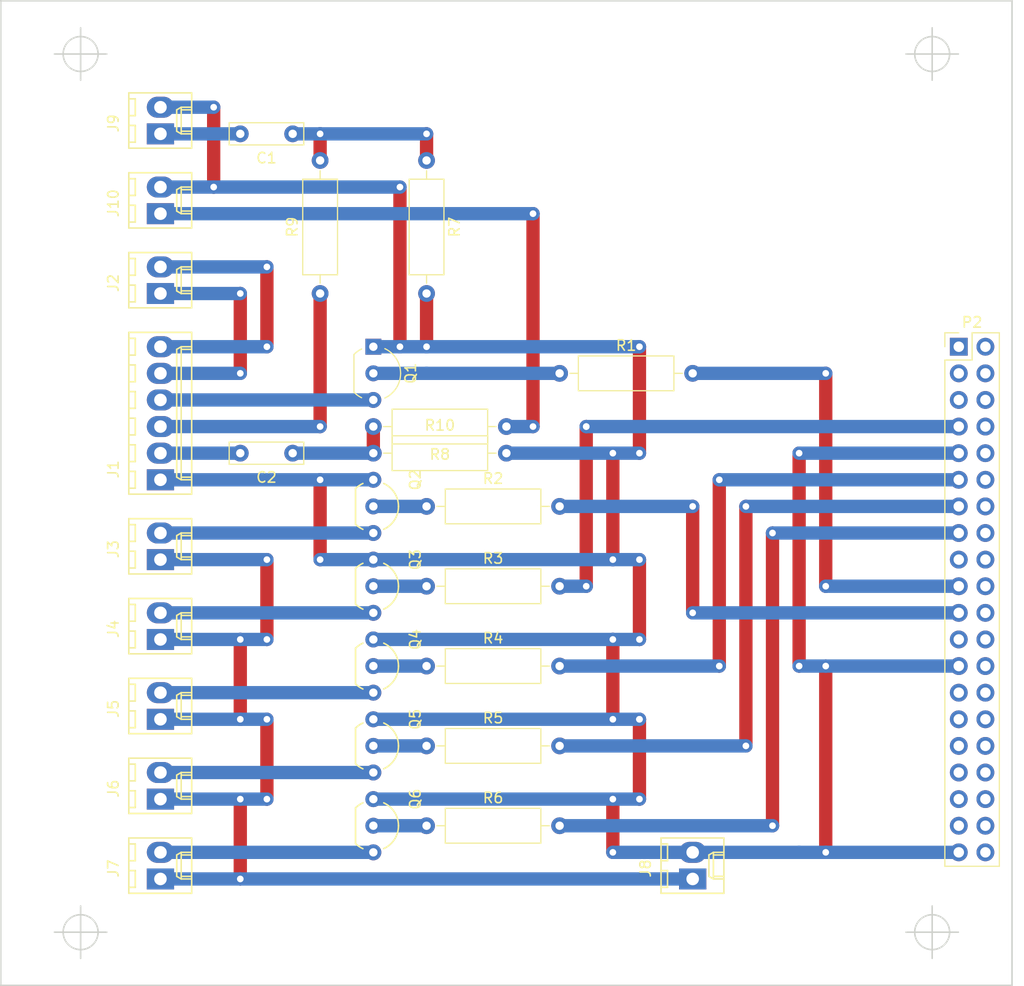
<source format=kicad_pcb>
(kicad_pcb (version 4) (host pcbnew 4.0.7)

  (general
    (links 47)
    (no_connects 2)
    (area 114.224999 43.104999 210.895001 137.235001)
    (thickness 1.6)
    (drawings 8)
    (tracks 156)
    (zones 0)
    (modules 29)
    (nets 60)
  )

  (page A4)
  (title_block
    (title "APRSController StripBoard Layout")
  )

  (layers
    (0 F.Cu signal)
    (31 B.Cu signal)
    (32 B.Adhes user)
    (33 F.Adhes user)
    (34 B.Paste user)
    (35 F.Paste user)
    (36 B.SilkS user)
    (37 F.SilkS user)
    (38 B.Mask user)
    (39 F.Mask user)
    (40 Dwgs.User user)
    (41 Cmts.User user)
    (42 Eco1.User user)
    (43 Eco2.User user)
    (44 Edge.Cuts user)
    (45 Margin user)
    (46 B.CrtYd user)
    (47 F.CrtYd user)
    (48 B.Fab user)
    (49 F.Fab user)
  )

  (setup
    (last_trace_width 1.27)
    (trace_clearance 0.127)
    (zone_clearance 0.508)
    (zone_45_only no)
    (trace_min 0.2)
    (segment_width 0.2)
    (edge_width 0.15)
    (via_size 1.27)
    (via_drill 0.635)
    (via_min_size 0.4)
    (via_min_drill 0.3)
    (uvia_size 0.3)
    (uvia_drill 0.1)
    (uvias_allowed no)
    (uvia_min_size 0.2)
    (uvia_min_drill 0.1)
    (pcb_text_width 0.3)
    (pcb_text_size 1.5 1.5)
    (mod_edge_width 0.15)
    (mod_text_size 1 1)
    (mod_text_width 0.15)
    (pad_size 1.524 1.524)
    (pad_drill 0.762)
    (pad_to_mask_clearance 0.2)
    (aux_axis_origin 114.3 139.7)
    (grid_origin 114.3 139.7)
    (visible_elements FFFEFF7F)
    (pcbplotparams
      (layerselection 0x00030_80000001)
      (usegerberextensions false)
      (excludeedgelayer true)
      (linewidth 0.100000)
      (plotframeref false)
      (viasonmask false)
      (mode 1)
      (useauxorigin false)
      (hpglpennumber 1)
      (hpglpenspeed 20)
      (hpglpendiameter 15)
      (hpglpenoverlay 2)
      (psnegative false)
      (psa4output false)
      (plotreference true)
      (plotvalue true)
      (plotinvisibletext false)
      (padsonsilk false)
      (subtractmaskfromsilk false)
      (outputformat 4)
      (mirror false)
      (drillshape 0)
      (scaleselection 1)
      (outputdirectory ""))
  )

  (net 0 "")
  (net 1 /MIC-AUD)
  (net 2 /MIC-PTT)
  (net 3 /RXAUD)
  (net 4 /INT-SPKR+)
  (net 5 /EXT-SPKR+)
  (net 6 "Net-(P2-Pad1)")
  (net 7 "Net-(P2-Pad2)")
  (net 8 "Net-(P2-Pad4)")
  (net 9 "Net-(P2-Pad6)")
  (net 10 "Net-(P2-Pad8)")
  (net 11 "Net-(P2-Pad10)")
  (net 12 "Net-(P2-Pad12)")
  (net 13 "Net-(P2-Pad14)")
  (net 14 "Net-(P2-Pad16)")
  (net 15 "Net-(P2-Pad17)")
  (net 16 "Net-(P2-Pad18)")
  (net 17 "Net-(P2-Pad20)")
  (net 18 "Net-(P2-Pad22)")
  (net 19 "Net-(P2-Pad23)")
  (net 20 "Net-(P2-Pad24)")
  (net 21 "Net-(P2-Pad26)")
  (net 22 "Net-(P2-Pad27)")
  (net 23 "Net-(P2-Pad28)")
  (net 24 "Net-(P2-Pad29)")
  (net 25 "Net-(P2-Pad30)")
  (net 26 "Net-(P2-Pad31)")
  (net 27 "Net-(P2-Pad32)")
  (net 28 "Net-(P2-Pad33)")
  (net 29 "Net-(P2-Pad34)")
  (net 30 "Net-(P2-Pad35)")
  (net 31 "Net-(P2-Pad36)")
  (net 32 "Net-(P2-Pad37)")
  (net 33 "Net-(P2-Pad38)")
  (net 34 "Net-(P2-Pad40)")
  (net 35 "Net-(Q1-Pad2)")
  (net 36 GND)
  (net 37 /GPIO2)
  (net 38 /GPIO4)
  (net 39 /GPIO17)
  (net 40 /GPIO27)
  (net 41 /GPIO10)
  (net 42 /GPIO9)
  (net 43 /GPIO3)
  (net 44 /GPIO22)
  (net 45 "Net-(Q2-Pad2)")
  (net 46 /RLY1C-)
  (net 47 "Net-(Q3-Pad2)")
  (net 48 /RLY2C-)
  (net 49 "Net-(Q4-Pad2)")
  (net 50 /RLY3C-)
  (net 51 "Net-(Q5-Pad2)")
  (net 52 /RLY4C-)
  (net 53 "Net-(Q6-Pad2)")
  (net 54 /RLY5C-)
  (net 55 +12V)
  (net 56 "Net-(C1-Pad1)")
  (net 57 /SCRXAUD)
  (net 58 "Net-(C2-Pad1)")
  (net 59 /SCTXAUD)

  (net_class Default "This is the default net class."
    (clearance 0.127)
    (trace_width 1.27)
    (via_dia 1.27)
    (via_drill 0.635)
    (uvia_dia 0.3)
    (uvia_drill 0.1)
    (add_net +12V)
    (add_net /EXT-SPKR+)
    (add_net /GPIO10)
    (add_net /GPIO17)
    (add_net /GPIO2)
    (add_net /GPIO22)
    (add_net /GPIO27)
    (add_net /GPIO3)
    (add_net /GPIO4)
    (add_net /GPIO9)
    (add_net /INT-SPKR+)
    (add_net /MIC-AUD)
    (add_net /MIC-PTT)
    (add_net /RLY1C-)
    (add_net /RLY2C-)
    (add_net /RLY3C-)
    (add_net /RLY4C-)
    (add_net /RLY5C-)
    (add_net /RXAUD)
    (add_net /SCRXAUD)
    (add_net /SCTXAUD)
    (add_net GND)
    (add_net "Net-(C1-Pad1)")
    (add_net "Net-(C2-Pad1)")
    (add_net "Net-(P2-Pad1)")
    (add_net "Net-(P2-Pad10)")
    (add_net "Net-(P2-Pad12)")
    (add_net "Net-(P2-Pad14)")
    (add_net "Net-(P2-Pad16)")
    (add_net "Net-(P2-Pad17)")
    (add_net "Net-(P2-Pad18)")
    (add_net "Net-(P2-Pad2)")
    (add_net "Net-(P2-Pad20)")
    (add_net "Net-(P2-Pad22)")
    (add_net "Net-(P2-Pad23)")
    (add_net "Net-(P2-Pad24)")
    (add_net "Net-(P2-Pad26)")
    (add_net "Net-(P2-Pad27)")
    (add_net "Net-(P2-Pad28)")
    (add_net "Net-(P2-Pad29)")
    (add_net "Net-(P2-Pad30)")
    (add_net "Net-(P2-Pad31)")
    (add_net "Net-(P2-Pad32)")
    (add_net "Net-(P2-Pad33)")
    (add_net "Net-(P2-Pad34)")
    (add_net "Net-(P2-Pad35)")
    (add_net "Net-(P2-Pad36)")
    (add_net "Net-(P2-Pad37)")
    (add_net "Net-(P2-Pad38)")
    (add_net "Net-(P2-Pad4)")
    (add_net "Net-(P2-Pad40)")
    (add_net "Net-(P2-Pad6)")
    (add_net "Net-(P2-Pad8)")
    (add_net "Net-(Q1-Pad2)")
    (add_net "Net-(Q2-Pad2)")
    (add_net "Net-(Q3-Pad2)")
    (add_net "Net-(Q4-Pad2)")
    (add_net "Net-(Q5-Pad2)")
    (add_net "Net-(Q6-Pad2)")
  )

  (module Pin_Headers:Pin_Header_Straight_2x20_Pitch2.54mm (layer F.Cu) (tedit 59650533) (tstamp 5A4607C4)
    (at 205.74 76.2)
    (descr "Through hole straight pin header, 2x20, 2.54mm pitch, double rows")
    (tags "Through hole pin header THT 2x20 2.54mm double row")
    (path /5A45EB87)
    (fp_text reference P2 (at 1.27 -2.33) (layer F.SilkS)
      (effects (font (size 1 1) (thickness 0.15)))
    )
    (fp_text value CONN_02X20 (at 1.27 50.59) (layer F.Fab)
      (effects (font (size 1 1) (thickness 0.15)))
    )
    (fp_line (start 0 -1.27) (end 3.81 -1.27) (layer F.Fab) (width 0.1))
    (fp_line (start 3.81 -1.27) (end 3.81 49.53) (layer F.Fab) (width 0.1))
    (fp_line (start 3.81 49.53) (end -1.27 49.53) (layer F.Fab) (width 0.1))
    (fp_line (start -1.27 49.53) (end -1.27 0) (layer F.Fab) (width 0.1))
    (fp_line (start -1.27 0) (end 0 -1.27) (layer F.Fab) (width 0.1))
    (fp_line (start -1.33 49.59) (end 3.87 49.59) (layer F.SilkS) (width 0.12))
    (fp_line (start -1.33 1.27) (end -1.33 49.59) (layer F.SilkS) (width 0.12))
    (fp_line (start 3.87 -1.33) (end 3.87 49.59) (layer F.SilkS) (width 0.12))
    (fp_line (start -1.33 1.27) (end 1.27 1.27) (layer F.SilkS) (width 0.12))
    (fp_line (start 1.27 1.27) (end 1.27 -1.33) (layer F.SilkS) (width 0.12))
    (fp_line (start 1.27 -1.33) (end 3.87 -1.33) (layer F.SilkS) (width 0.12))
    (fp_line (start -1.33 0) (end -1.33 -1.33) (layer F.SilkS) (width 0.12))
    (fp_line (start -1.33 -1.33) (end 0 -1.33) (layer F.SilkS) (width 0.12))
    (fp_line (start -1.8 -1.8) (end -1.8 50.05) (layer F.CrtYd) (width 0.05))
    (fp_line (start -1.8 50.05) (end 4.35 50.05) (layer F.CrtYd) (width 0.05))
    (fp_line (start 4.35 50.05) (end 4.35 -1.8) (layer F.CrtYd) (width 0.05))
    (fp_line (start 4.35 -1.8) (end -1.8 -1.8) (layer F.CrtYd) (width 0.05))
    (fp_text user %R (at 1.27 24.13 90) (layer F.Fab)
      (effects (font (size 1 1) (thickness 0.15)))
    )
    (pad 1 thru_hole rect (at 0 0) (size 1.7 1.7) (drill 1) (layers *.Cu *.Mask)
      (net 6 "Net-(P2-Pad1)"))
    (pad 2 thru_hole oval (at 2.54 0) (size 1.7 1.7) (drill 1) (layers *.Cu *.Mask)
      (net 7 "Net-(P2-Pad2)"))
    (pad 3 thru_hole oval (at 0 2.54) (size 1.7 1.7) (drill 1) (layers *.Cu *.Mask)
      (net 37 /GPIO2))
    (pad 4 thru_hole oval (at 2.54 2.54) (size 1.7 1.7) (drill 1) (layers *.Cu *.Mask)
      (net 8 "Net-(P2-Pad4)"))
    (pad 5 thru_hole oval (at 0 5.08) (size 1.7 1.7) (drill 1) (layers *.Cu *.Mask)
      (net 43 /GPIO3))
    (pad 6 thru_hole oval (at 2.54 5.08) (size 1.7 1.7) (drill 1) (layers *.Cu *.Mask)
      (net 9 "Net-(P2-Pad6)"))
    (pad 7 thru_hole oval (at 0 7.62) (size 1.7 1.7) (drill 1) (layers *.Cu *.Mask)
      (net 38 /GPIO4))
    (pad 8 thru_hole oval (at 2.54 7.62) (size 1.7 1.7) (drill 1) (layers *.Cu *.Mask)
      (net 10 "Net-(P2-Pad8)"))
    (pad 9 thru_hole oval (at 0 10.16) (size 1.7 1.7) (drill 1) (layers *.Cu *.Mask)
      (net 36 GND))
    (pad 10 thru_hole oval (at 2.54 10.16) (size 1.7 1.7) (drill 1) (layers *.Cu *.Mask)
      (net 11 "Net-(P2-Pad10)"))
    (pad 11 thru_hole oval (at 0 12.7) (size 1.7 1.7) (drill 1) (layers *.Cu *.Mask)
      (net 39 /GPIO17))
    (pad 12 thru_hole oval (at 2.54 12.7) (size 1.7 1.7) (drill 1) (layers *.Cu *.Mask)
      (net 12 "Net-(P2-Pad12)"))
    (pad 13 thru_hole oval (at 0 15.24) (size 1.7 1.7) (drill 1) (layers *.Cu *.Mask)
      (net 40 /GPIO27))
    (pad 14 thru_hole oval (at 2.54 15.24) (size 1.7 1.7) (drill 1) (layers *.Cu *.Mask)
      (net 13 "Net-(P2-Pad14)"))
    (pad 15 thru_hole oval (at 0 17.78) (size 1.7 1.7) (drill 1) (layers *.Cu *.Mask)
      (net 44 /GPIO22))
    (pad 16 thru_hole oval (at 2.54 17.78) (size 1.7 1.7) (drill 1) (layers *.Cu *.Mask)
      (net 14 "Net-(P2-Pad16)"))
    (pad 17 thru_hole oval (at 0 20.32) (size 1.7 1.7) (drill 1) (layers *.Cu *.Mask)
      (net 15 "Net-(P2-Pad17)"))
    (pad 18 thru_hole oval (at 2.54 20.32) (size 1.7 1.7) (drill 1) (layers *.Cu *.Mask)
      (net 16 "Net-(P2-Pad18)"))
    (pad 19 thru_hole oval (at 0 22.86) (size 1.7 1.7) (drill 1) (layers *.Cu *.Mask)
      (net 41 /GPIO10))
    (pad 20 thru_hole oval (at 2.54 22.86) (size 1.7 1.7) (drill 1) (layers *.Cu *.Mask)
      (net 17 "Net-(P2-Pad20)"))
    (pad 21 thru_hole oval (at 0 25.4) (size 1.7 1.7) (drill 1) (layers *.Cu *.Mask)
      (net 42 /GPIO9))
    (pad 22 thru_hole oval (at 2.54 25.4) (size 1.7 1.7) (drill 1) (layers *.Cu *.Mask)
      (net 18 "Net-(P2-Pad22)"))
    (pad 23 thru_hole oval (at 0 27.94) (size 1.7 1.7) (drill 1) (layers *.Cu *.Mask)
      (net 19 "Net-(P2-Pad23)"))
    (pad 24 thru_hole oval (at 2.54 27.94) (size 1.7 1.7) (drill 1) (layers *.Cu *.Mask)
      (net 20 "Net-(P2-Pad24)"))
    (pad 25 thru_hole oval (at 0 30.48) (size 1.7 1.7) (drill 1) (layers *.Cu *.Mask)
      (net 36 GND))
    (pad 26 thru_hole oval (at 2.54 30.48) (size 1.7 1.7) (drill 1) (layers *.Cu *.Mask)
      (net 21 "Net-(P2-Pad26)"))
    (pad 27 thru_hole oval (at 0 33.02) (size 1.7 1.7) (drill 1) (layers *.Cu *.Mask)
      (net 22 "Net-(P2-Pad27)"))
    (pad 28 thru_hole oval (at 2.54 33.02) (size 1.7 1.7) (drill 1) (layers *.Cu *.Mask)
      (net 23 "Net-(P2-Pad28)"))
    (pad 29 thru_hole oval (at 0 35.56) (size 1.7 1.7) (drill 1) (layers *.Cu *.Mask)
      (net 24 "Net-(P2-Pad29)"))
    (pad 30 thru_hole oval (at 2.54 35.56) (size 1.7 1.7) (drill 1) (layers *.Cu *.Mask)
      (net 25 "Net-(P2-Pad30)"))
    (pad 31 thru_hole oval (at 0 38.1) (size 1.7 1.7) (drill 1) (layers *.Cu *.Mask)
      (net 26 "Net-(P2-Pad31)"))
    (pad 32 thru_hole oval (at 2.54 38.1) (size 1.7 1.7) (drill 1) (layers *.Cu *.Mask)
      (net 27 "Net-(P2-Pad32)"))
    (pad 33 thru_hole oval (at 0 40.64) (size 1.7 1.7) (drill 1) (layers *.Cu *.Mask)
      (net 28 "Net-(P2-Pad33)"))
    (pad 34 thru_hole oval (at 2.54 40.64) (size 1.7 1.7) (drill 1) (layers *.Cu *.Mask)
      (net 29 "Net-(P2-Pad34)"))
    (pad 35 thru_hole oval (at 0 43.18) (size 1.7 1.7) (drill 1) (layers *.Cu *.Mask)
      (net 30 "Net-(P2-Pad35)"))
    (pad 36 thru_hole oval (at 2.54 43.18) (size 1.7 1.7) (drill 1) (layers *.Cu *.Mask)
      (net 31 "Net-(P2-Pad36)"))
    (pad 37 thru_hole oval (at 0 45.72) (size 1.7 1.7) (drill 1) (layers *.Cu *.Mask)
      (net 32 "Net-(P2-Pad37)"))
    (pad 38 thru_hole oval (at 2.54 45.72) (size 1.7 1.7) (drill 1) (layers *.Cu *.Mask)
      (net 33 "Net-(P2-Pad38)"))
    (pad 39 thru_hole oval (at 0 48.26) (size 1.7 1.7) (drill 1) (layers *.Cu *.Mask)
      (net 36 GND))
    (pad 40 thru_hole oval (at 2.54 48.26) (size 1.7 1.7) (drill 1) (layers *.Cu *.Mask)
      (net 34 "Net-(P2-Pad40)"))
    (model ${KISYS3DMOD}/Pin_Headers.3dshapes/Pin_Header_Straight_2x20_Pitch2.54mm.wrl
      (at (xyz 0 0 0))
      (scale (xyz 1 1 1))
      (rotate (xyz 0 0 0))
    )
  )

  (module TO_SOT_Packages_THT:TO-92_Inline_Wide (layer F.Cu) (tedit 58CE52AF) (tstamp 5A4607D8)
    (at 149.86 76.2 270)
    (descr "TO-92 leads in-line, wide, drill 0.8mm (see NXP sot054_po.pdf)")
    (tags "to-92 sc-43 sc-43a sot54 PA33 transistor")
    (path /5A45FFC1)
    (fp_text reference Q1 (at 2.54 -3.56 450) (layer F.SilkS)
      (effects (font (size 1 1) (thickness 0.15)))
    )
    (fp_text value Q_NPN_EBC (at 2.54 2.79 270) (layer F.Fab)
      (effects (font (size 1 1) (thickness 0.15)))
    )
    (fp_text user %R (at 2.54 -3.56 450) (layer F.Fab)
      (effects (font (size 1 1) (thickness 0.15)))
    )
    (fp_line (start 0.74 1.85) (end 4.34 1.85) (layer F.SilkS) (width 0.12))
    (fp_line (start 0.8 1.75) (end 4.3 1.75) (layer F.Fab) (width 0.1))
    (fp_line (start -1.01 -2.73) (end 6.09 -2.73) (layer F.CrtYd) (width 0.05))
    (fp_line (start -1.01 -2.73) (end -1.01 2.01) (layer F.CrtYd) (width 0.05))
    (fp_line (start 6.09 2.01) (end 6.09 -2.73) (layer F.CrtYd) (width 0.05))
    (fp_line (start 6.09 2.01) (end -1.01 2.01) (layer F.CrtYd) (width 0.05))
    (fp_arc (start 2.54 0) (end 0.74 1.85) (angle 20) (layer F.SilkS) (width 0.12))
    (fp_arc (start 2.54 0) (end 2.54 -2.6) (angle -65) (layer F.SilkS) (width 0.12))
    (fp_arc (start 2.54 0) (end 2.54 -2.6) (angle 65) (layer F.SilkS) (width 0.12))
    (fp_arc (start 2.54 0) (end 2.54 -2.48) (angle 135) (layer F.Fab) (width 0.1))
    (fp_arc (start 2.54 0) (end 2.54 -2.48) (angle -135) (layer F.Fab) (width 0.1))
    (fp_arc (start 2.54 0) (end 4.34 1.85) (angle -20) (layer F.SilkS) (width 0.12))
    (pad 2 thru_hole circle (at 2.54 0) (size 1.52 1.52) (drill 0.8) (layers *.Cu *.Mask)
      (net 35 "Net-(Q1-Pad2)"))
    (pad 3 thru_hole circle (at 5.08 0) (size 1.52 1.52) (drill 0.8) (layers *.Cu *.Mask)
      (net 2 /MIC-PTT))
    (pad 1 thru_hole rect (at 0 0) (size 1.52 1.52) (drill 0.8) (layers *.Cu *.Mask)
      (net 36 GND))
    (model ${KISYS3DMOD}/TO_SOT_Packages_THT.3dshapes/TO-92_Inline_Wide.wrl
      (at (xyz 0.1 0 0))
      (scale (xyz 1 1 1))
      (rotate (xyz 0 0 -90))
    )
  )

  (module Connectors_Molex:Molex_KK-6410-06_06x2.54mm_Straight (layer F.Cu) (tedit 56C6219D) (tstamp 5A479E24)
    (at 129.54 88.9 90)
    (descr "Connector Headers with Friction Lock, 22-27-2061, http://www.molex.com/pdm_docs/sd/022272021_sd.pdf")
    (tags "connector molex kk_6410 22-27-2061")
    (path /5A46E246)
    (fp_text reference J1 (at 1 -4.5 90) (layer F.SilkS)
      (effects (font (size 1 1) (thickness 0.15)))
    )
    (fp_text value Conn_01x06 (at 6.35 4.5 90) (layer F.Fab)
      (effects (font (size 1 1) (thickness 0.15)))
    )
    (fp_line (start -1.37 -3.02) (end -1.37 2.98) (layer F.SilkS) (width 0.15))
    (fp_line (start -1.37 2.98) (end 14.07 2.98) (layer F.SilkS) (width 0.15))
    (fp_line (start 14.07 2.98) (end 14.07 -3.02) (layer F.SilkS) (width 0.15))
    (fp_line (start 14.07 -3.02) (end -1.37 -3.02) (layer F.SilkS) (width 0.15))
    (fp_line (start 0 2.98) (end 0 1.98) (layer F.SilkS) (width 0.15))
    (fp_line (start 0 1.98) (end 12.7 1.98) (layer F.SilkS) (width 0.15))
    (fp_line (start 12.7 1.98) (end 12.7 2.98) (layer F.SilkS) (width 0.15))
    (fp_line (start 0 1.98) (end 0.25 1.55) (layer F.SilkS) (width 0.15))
    (fp_line (start 0.25 1.55) (end 12.45 1.55) (layer F.SilkS) (width 0.15))
    (fp_line (start 12.45 1.55) (end 12.7 1.98) (layer F.SilkS) (width 0.15))
    (fp_line (start 0.25 2.98) (end 0.25 1.98) (layer F.SilkS) (width 0.15))
    (fp_line (start 12.45 2.98) (end 12.45 1.98) (layer F.SilkS) (width 0.15))
    (fp_line (start -0.8 -3.02) (end -0.8 -2.4) (layer F.SilkS) (width 0.15))
    (fp_line (start -0.8 -2.4) (end 0.8 -2.4) (layer F.SilkS) (width 0.15))
    (fp_line (start 0.8 -2.4) (end 0.8 -3.02) (layer F.SilkS) (width 0.15))
    (fp_line (start 1.74 -3.02) (end 1.74 -2.4) (layer F.SilkS) (width 0.15))
    (fp_line (start 1.74 -2.4) (end 3.34 -2.4) (layer F.SilkS) (width 0.15))
    (fp_line (start 3.34 -2.4) (end 3.34 -3.02) (layer F.SilkS) (width 0.15))
    (fp_line (start 4.28 -3.02) (end 4.28 -2.4) (layer F.SilkS) (width 0.15))
    (fp_line (start 4.28 -2.4) (end 5.88 -2.4) (layer F.SilkS) (width 0.15))
    (fp_line (start 5.88 -2.4) (end 5.88 -3.02) (layer F.SilkS) (width 0.15))
    (fp_line (start 6.82 -3.02) (end 6.82 -2.4) (layer F.SilkS) (width 0.15))
    (fp_line (start 6.82 -2.4) (end 8.42 -2.4) (layer F.SilkS) (width 0.15))
    (fp_line (start 8.42 -2.4) (end 8.42 -3.02) (layer F.SilkS) (width 0.15))
    (fp_line (start 9.36 -3.02) (end 9.36 -2.4) (layer F.SilkS) (width 0.15))
    (fp_line (start 9.36 -2.4) (end 10.96 -2.4) (layer F.SilkS) (width 0.15))
    (fp_line (start 10.96 -2.4) (end 10.96 -3.02) (layer F.SilkS) (width 0.15))
    (fp_line (start 11.9 -3.02) (end 11.9 -2.4) (layer F.SilkS) (width 0.15))
    (fp_line (start 11.9 -2.4) (end 13.5 -2.4) (layer F.SilkS) (width 0.15))
    (fp_line (start 13.5 -2.4) (end 13.5 -3.02) (layer F.SilkS) (width 0.15))
    (fp_line (start -1.9 3.5) (end -1.9 -3.55) (layer F.CrtYd) (width 0.05))
    (fp_line (start -1.9 -3.55) (end 14.6 -3.55) (layer F.CrtYd) (width 0.05))
    (fp_line (start 14.6 -3.55) (end 14.6 3.5) (layer F.CrtYd) (width 0.05))
    (fp_line (start 14.6 3.5) (end -1.9 3.5) (layer F.CrtYd) (width 0.05))
    (pad 1 thru_hole rect (at 0 0 90) (size 2 2.6) (drill 1.2) (layers *.Cu *.Mask)
      (net 36 GND))
    (pad 2 thru_hole oval (at 2.54 0 90) (size 2 2.6) (drill 1.2) (layers *.Cu *.Mask)
      (net 1 /MIC-AUD))
    (pad 3 thru_hole oval (at 5.08 0 90) (size 2 2.6) (drill 1.2) (layers *.Cu *.Mask)
      (net 3 /RXAUD))
    (pad 4 thru_hole oval (at 7.62 0 90) (size 2 2.6) (drill 1.2) (layers *.Cu *.Mask)
      (net 2 /MIC-PTT))
    (pad 5 thru_hole oval (at 10.16 0 90) (size 2 2.6) (drill 1.2) (layers *.Cu *.Mask)
      (net 4 /INT-SPKR+))
    (pad 6 thru_hole oval (at 12.7 0 90) (size 2 2.6) (drill 1.2) (layers *.Cu *.Mask)
      (net 5 /EXT-SPKR+))
  )

  (module TO_SOT_Packages_THT:TO-92_Inline_Wide (layer F.Cu) (tedit 54F242B4) (tstamp 5A479E34)
    (at 149.86 88.9 270)
    (descr "TO-92 leads in-line, wide, drill 0.8mm (see NXP sot054_po.pdf)")
    (tags "to-92 sc-43 sc-43a sot54 PA33 transistor")
    (path /5A461154)
    (fp_text reference Q2 (at 0 -4 450) (layer F.SilkS)
      (effects (font (size 1 1) (thickness 0.15)))
    )
    (fp_text value Q_NPN_EBC (at 0 3 270) (layer F.Fab)
      (effects (font (size 1 1) (thickness 0.15)))
    )
    (fp_arc (start 2.54 0) (end 0.84 1.7) (angle 20.5) (layer F.SilkS) (width 0.15))
    (fp_arc (start 2.54 0) (end 4.24 1.7) (angle -20.5) (layer F.SilkS) (width 0.15))
    (fp_line (start -1 1.95) (end -1 -2.65) (layer F.CrtYd) (width 0.05))
    (fp_line (start -1 1.95) (end 6.1 1.95) (layer F.CrtYd) (width 0.05))
    (fp_line (start 0.84 1.7) (end 4.24 1.7) (layer F.SilkS) (width 0.15))
    (fp_arc (start 2.54 0) (end 2.54 -2.4) (angle -65.55604127) (layer F.SilkS) (width 0.15))
    (fp_arc (start 2.54 0) (end 2.54 -2.4) (angle 65.55604127) (layer F.SilkS) (width 0.15))
    (fp_line (start -1 -2.65) (end 6.1 -2.65) (layer F.CrtYd) (width 0.05))
    (fp_line (start 6.1 1.95) (end 6.1 -2.65) (layer F.CrtYd) (width 0.05))
    (pad 2 thru_hole circle (at 2.54 0) (size 1.524 1.524) (drill 0.8) (layers *.Cu *.Mask)
      (net 45 "Net-(Q2-Pad2)"))
    (pad 3 thru_hole circle (at 5.08 0) (size 1.524 1.524) (drill 0.8) (layers *.Cu *.Mask)
      (net 46 /RLY1C-))
    (pad 1 thru_hole circle (at 0 0) (size 1.524 1.524) (drill 0.8) (layers *.Cu *.Mask)
      (net 36 GND))
    (model TO_SOT_Packages_THT.3dshapes/TO-92_Inline_Wide.wrl
      (at (xyz 0.1 0 0))
      (scale (xyz 1 1 1))
      (rotate (xyz 0 0 -90))
    )
  )

  (module TO_SOT_Packages_THT:TO-92_Inline_Wide (layer F.Cu) (tedit 54F242B4) (tstamp 5A479E44)
    (at 149.86 96.52 270)
    (descr "TO-92 leads in-line, wide, drill 0.8mm (see NXP sot054_po.pdf)")
    (tags "to-92 sc-43 sc-43a sot54 PA33 transistor")
    (path /5A46136F)
    (fp_text reference Q3 (at 0 -4 450) (layer F.SilkS)
      (effects (font (size 1 1) (thickness 0.15)))
    )
    (fp_text value Q_NPN_EBC (at 0 3 270) (layer F.Fab)
      (effects (font (size 1 1) (thickness 0.15)))
    )
    (fp_arc (start 2.54 0) (end 0.84 1.7) (angle 20.5) (layer F.SilkS) (width 0.15))
    (fp_arc (start 2.54 0) (end 4.24 1.7) (angle -20.5) (layer F.SilkS) (width 0.15))
    (fp_line (start -1 1.95) (end -1 -2.65) (layer F.CrtYd) (width 0.05))
    (fp_line (start -1 1.95) (end 6.1 1.95) (layer F.CrtYd) (width 0.05))
    (fp_line (start 0.84 1.7) (end 4.24 1.7) (layer F.SilkS) (width 0.15))
    (fp_arc (start 2.54 0) (end 2.54 -2.4) (angle -65.55604127) (layer F.SilkS) (width 0.15))
    (fp_arc (start 2.54 0) (end 2.54 -2.4) (angle 65.55604127) (layer F.SilkS) (width 0.15))
    (fp_line (start -1 -2.65) (end 6.1 -2.65) (layer F.CrtYd) (width 0.05))
    (fp_line (start 6.1 1.95) (end 6.1 -2.65) (layer F.CrtYd) (width 0.05))
    (pad 2 thru_hole circle (at 2.54 0) (size 1.524 1.524) (drill 0.8) (layers *.Cu *.Mask)
      (net 47 "Net-(Q3-Pad2)"))
    (pad 3 thru_hole circle (at 5.08 0) (size 1.524 1.524) (drill 0.8) (layers *.Cu *.Mask)
      (net 48 /RLY2C-))
    (pad 1 thru_hole circle (at 0 0) (size 1.524 1.524) (drill 0.8) (layers *.Cu *.Mask)
      (net 36 GND))
    (model TO_SOT_Packages_THT.3dshapes/TO-92_Inline_Wide.wrl
      (at (xyz 0.1 0 0))
      (scale (xyz 1 1 1))
      (rotate (xyz 0 0 -90))
    )
  )

  (module TO_SOT_Packages_THT:TO-92_Inline_Wide (layer F.Cu) (tedit 54F242B4) (tstamp 5A479E54)
    (at 149.86 104.14 270)
    (descr "TO-92 leads in-line, wide, drill 0.8mm (see NXP sot054_po.pdf)")
    (tags "to-92 sc-43 sc-43a sot54 PA33 transistor")
    (path /5A461576)
    (fp_text reference Q4 (at 0 -4 450) (layer F.SilkS)
      (effects (font (size 1 1) (thickness 0.15)))
    )
    (fp_text value Q_NPN_EBC (at 0 3 270) (layer F.Fab)
      (effects (font (size 1 1) (thickness 0.15)))
    )
    (fp_arc (start 2.54 0) (end 0.84 1.7) (angle 20.5) (layer F.SilkS) (width 0.15))
    (fp_arc (start 2.54 0) (end 4.24 1.7) (angle -20.5) (layer F.SilkS) (width 0.15))
    (fp_line (start -1 1.95) (end -1 -2.65) (layer F.CrtYd) (width 0.05))
    (fp_line (start -1 1.95) (end 6.1 1.95) (layer F.CrtYd) (width 0.05))
    (fp_line (start 0.84 1.7) (end 4.24 1.7) (layer F.SilkS) (width 0.15))
    (fp_arc (start 2.54 0) (end 2.54 -2.4) (angle -65.55604127) (layer F.SilkS) (width 0.15))
    (fp_arc (start 2.54 0) (end 2.54 -2.4) (angle 65.55604127) (layer F.SilkS) (width 0.15))
    (fp_line (start -1 -2.65) (end 6.1 -2.65) (layer F.CrtYd) (width 0.05))
    (fp_line (start 6.1 1.95) (end 6.1 -2.65) (layer F.CrtYd) (width 0.05))
    (pad 2 thru_hole circle (at 2.54 0) (size 1.524 1.524) (drill 0.8) (layers *.Cu *.Mask)
      (net 49 "Net-(Q4-Pad2)"))
    (pad 3 thru_hole circle (at 5.08 0) (size 1.524 1.524) (drill 0.8) (layers *.Cu *.Mask)
      (net 50 /RLY3C-))
    (pad 1 thru_hole circle (at 0 0) (size 1.524 1.524) (drill 0.8) (layers *.Cu *.Mask)
      (net 36 GND))
    (model TO_SOT_Packages_THT.3dshapes/TO-92_Inline_Wide.wrl
      (at (xyz 0.1 0 0))
      (scale (xyz 1 1 1))
      (rotate (xyz 0 0 -90))
    )
  )

  (module TO_SOT_Packages_THT:TO-92_Inline_Wide (layer F.Cu) (tedit 54F242B4) (tstamp 5A479E64)
    (at 149.86 111.76 270)
    (descr "TO-92 leads in-line, wide, drill 0.8mm (see NXP sot054_po.pdf)")
    (tags "to-92 sc-43 sc-43a sot54 PA33 transistor")
    (path /5A4617BE)
    (fp_text reference Q5 (at 0 -4 450) (layer F.SilkS)
      (effects (font (size 1 1) (thickness 0.15)))
    )
    (fp_text value Q_NPN_EBC (at 0 3 270) (layer F.Fab)
      (effects (font (size 1 1) (thickness 0.15)))
    )
    (fp_arc (start 2.54 0) (end 0.84 1.7) (angle 20.5) (layer F.SilkS) (width 0.15))
    (fp_arc (start 2.54 0) (end 4.24 1.7) (angle -20.5) (layer F.SilkS) (width 0.15))
    (fp_line (start -1 1.95) (end -1 -2.65) (layer F.CrtYd) (width 0.05))
    (fp_line (start -1 1.95) (end 6.1 1.95) (layer F.CrtYd) (width 0.05))
    (fp_line (start 0.84 1.7) (end 4.24 1.7) (layer F.SilkS) (width 0.15))
    (fp_arc (start 2.54 0) (end 2.54 -2.4) (angle -65.55604127) (layer F.SilkS) (width 0.15))
    (fp_arc (start 2.54 0) (end 2.54 -2.4) (angle 65.55604127) (layer F.SilkS) (width 0.15))
    (fp_line (start -1 -2.65) (end 6.1 -2.65) (layer F.CrtYd) (width 0.05))
    (fp_line (start 6.1 1.95) (end 6.1 -2.65) (layer F.CrtYd) (width 0.05))
    (pad 2 thru_hole circle (at 2.54 0) (size 1.524 1.524) (drill 0.8) (layers *.Cu *.Mask)
      (net 51 "Net-(Q5-Pad2)"))
    (pad 3 thru_hole circle (at 5.08 0) (size 1.524 1.524) (drill 0.8) (layers *.Cu *.Mask)
      (net 52 /RLY4C-))
    (pad 1 thru_hole circle (at 0 0) (size 1.524 1.524) (drill 0.8) (layers *.Cu *.Mask)
      (net 36 GND))
    (model TO_SOT_Packages_THT.3dshapes/TO-92_Inline_Wide.wrl
      (at (xyz 0.1 0 0))
      (scale (xyz 1 1 1))
      (rotate (xyz 0 0 -90))
    )
  )

  (module TO_SOT_Packages_THT:TO-92_Inline_Wide (layer F.Cu) (tedit 54F242B4) (tstamp 5A479E74)
    (at 149.86 119.38 270)
    (descr "TO-92 leads in-line, wide, drill 0.8mm (see NXP sot054_po.pdf)")
    (tags "to-92 sc-43 sc-43a sot54 PA33 transistor")
    (path /5A4618F5)
    (fp_text reference Q6 (at 0 -4 450) (layer F.SilkS)
      (effects (font (size 1 1) (thickness 0.15)))
    )
    (fp_text value Q_NPN_EBC (at 0 3 270) (layer F.Fab)
      (effects (font (size 1 1) (thickness 0.15)))
    )
    (fp_arc (start 2.54 0) (end 0.84 1.7) (angle 20.5) (layer F.SilkS) (width 0.15))
    (fp_arc (start 2.54 0) (end 4.24 1.7) (angle -20.5) (layer F.SilkS) (width 0.15))
    (fp_line (start -1 1.95) (end -1 -2.65) (layer F.CrtYd) (width 0.05))
    (fp_line (start -1 1.95) (end 6.1 1.95) (layer F.CrtYd) (width 0.05))
    (fp_line (start 0.84 1.7) (end 4.24 1.7) (layer F.SilkS) (width 0.15))
    (fp_arc (start 2.54 0) (end 2.54 -2.4) (angle -65.55604127) (layer F.SilkS) (width 0.15))
    (fp_arc (start 2.54 0) (end 2.54 -2.4) (angle 65.55604127) (layer F.SilkS) (width 0.15))
    (fp_line (start -1 -2.65) (end 6.1 -2.65) (layer F.CrtYd) (width 0.05))
    (fp_line (start 6.1 1.95) (end 6.1 -2.65) (layer F.CrtYd) (width 0.05))
    (pad 2 thru_hole circle (at 2.54 0) (size 1.524 1.524) (drill 0.8) (layers *.Cu *.Mask)
      (net 53 "Net-(Q6-Pad2)"))
    (pad 3 thru_hole circle (at 5.08 0) (size 1.524 1.524) (drill 0.8) (layers *.Cu *.Mask)
      (net 54 /RLY5C-))
    (pad 1 thru_hole circle (at 0 0) (size 1.524 1.524) (drill 0.8) (layers *.Cu *.Mask)
      (net 36 GND))
    (model TO_SOT_Packages_THT.3dshapes/TO-92_Inline_Wide.wrl
      (at (xyz 0.1 0 0))
      (scale (xyz 1 1 1))
      (rotate (xyz 0 0 -90))
    )
  )

  (module Resistors_THT:R_Axial_DIN0309_L9.0mm_D3.2mm_P12.70mm_Horizontal (layer F.Cu) (tedit 5874F706) (tstamp 5A479E8A)
    (at 154.94 91.44)
    (descr "Resistor, Axial_DIN0309 series, Axial, Horizontal, pin pitch=12.7mm, 0.5W = 1/2W, length*diameter=9*3.2mm^2, http://cdn-reichelt.de/documents/datenblatt/B400/1_4W%23YAG.pdf")
    (tags "Resistor Axial_DIN0309 series Axial Horizontal pin pitch 12.7mm 0.5W = 1/2W length 9mm diameter 3.2mm")
    (path /5A46114E)
    (fp_text reference R2 (at 6.35 -2.66) (layer F.SilkS)
      (effects (font (size 1 1) (thickness 0.15)))
    )
    (fp_text value 5K6 (at 6.35 2.66) (layer F.Fab)
      (effects (font (size 1 1) (thickness 0.15)))
    )
    (fp_line (start 1.85 -1.6) (end 1.85 1.6) (layer F.Fab) (width 0.1))
    (fp_line (start 1.85 1.6) (end 10.85 1.6) (layer F.Fab) (width 0.1))
    (fp_line (start 10.85 1.6) (end 10.85 -1.6) (layer F.Fab) (width 0.1))
    (fp_line (start 10.85 -1.6) (end 1.85 -1.6) (layer F.Fab) (width 0.1))
    (fp_line (start 0 0) (end 1.85 0) (layer F.Fab) (width 0.1))
    (fp_line (start 12.7 0) (end 10.85 0) (layer F.Fab) (width 0.1))
    (fp_line (start 1.79 -1.66) (end 1.79 1.66) (layer F.SilkS) (width 0.12))
    (fp_line (start 1.79 1.66) (end 10.91 1.66) (layer F.SilkS) (width 0.12))
    (fp_line (start 10.91 1.66) (end 10.91 -1.66) (layer F.SilkS) (width 0.12))
    (fp_line (start 10.91 -1.66) (end 1.79 -1.66) (layer F.SilkS) (width 0.12))
    (fp_line (start 0.98 0) (end 1.79 0) (layer F.SilkS) (width 0.12))
    (fp_line (start 11.72 0) (end 10.91 0) (layer F.SilkS) (width 0.12))
    (fp_line (start -1.05 -1.95) (end -1.05 1.95) (layer F.CrtYd) (width 0.05))
    (fp_line (start -1.05 1.95) (end 13.75 1.95) (layer F.CrtYd) (width 0.05))
    (fp_line (start 13.75 1.95) (end 13.75 -1.95) (layer F.CrtYd) (width 0.05))
    (fp_line (start 13.75 -1.95) (end -1.05 -1.95) (layer F.CrtYd) (width 0.05))
    (pad 1 thru_hole circle (at 0 0) (size 1.6 1.6) (drill 0.8) (layers *.Cu *.Mask)
      (net 45 "Net-(Q2-Pad2)"))
    (pad 2 thru_hole oval (at 12.7 0) (size 1.6 1.6) (drill 0.8) (layers *.Cu *.Mask)
      (net 42 /GPIO9))
    (model ${KISYS3DMOD}/Resistors_THT.3dshapes/R_Axial_DIN0309_L9.0mm_D3.2mm_P12.70mm_Horizontal.wrl
      (at (xyz 0 0 0))
      (scale (xyz 0.393701 0.393701 0.393701))
      (rotate (xyz 0 0 0))
    )
  )

  (module Resistors_THT:R_Axial_DIN0309_L9.0mm_D3.2mm_P12.70mm_Horizontal (layer F.Cu) (tedit 5874F706) (tstamp 5A479EA0)
    (at 154.94 99.06)
    (descr "Resistor, Axial_DIN0309 series, Axial, Horizontal, pin pitch=12.7mm, 0.5W = 1/2W, length*diameter=9*3.2mm^2, http://cdn-reichelt.de/documents/datenblatt/B400/1_4W%23YAG.pdf")
    (tags "Resistor Axial_DIN0309 series Axial Horizontal pin pitch 12.7mm 0.5W = 1/2W length 9mm diameter 3.2mm")
    (path /5A461369)
    (fp_text reference R3 (at 6.35 -2.66) (layer F.SilkS)
      (effects (font (size 1 1) (thickness 0.15)))
    )
    (fp_text value 5K6 (at 6.35 2.66) (layer F.Fab)
      (effects (font (size 1 1) (thickness 0.15)))
    )
    (fp_line (start 1.85 -1.6) (end 1.85 1.6) (layer F.Fab) (width 0.1))
    (fp_line (start 1.85 1.6) (end 10.85 1.6) (layer F.Fab) (width 0.1))
    (fp_line (start 10.85 1.6) (end 10.85 -1.6) (layer F.Fab) (width 0.1))
    (fp_line (start 10.85 -1.6) (end 1.85 -1.6) (layer F.Fab) (width 0.1))
    (fp_line (start 0 0) (end 1.85 0) (layer F.Fab) (width 0.1))
    (fp_line (start 12.7 0) (end 10.85 0) (layer F.Fab) (width 0.1))
    (fp_line (start 1.79 -1.66) (end 1.79 1.66) (layer F.SilkS) (width 0.12))
    (fp_line (start 1.79 1.66) (end 10.91 1.66) (layer F.SilkS) (width 0.12))
    (fp_line (start 10.91 1.66) (end 10.91 -1.66) (layer F.SilkS) (width 0.12))
    (fp_line (start 10.91 -1.66) (end 1.79 -1.66) (layer F.SilkS) (width 0.12))
    (fp_line (start 0.98 0) (end 1.79 0) (layer F.SilkS) (width 0.12))
    (fp_line (start 11.72 0) (end 10.91 0) (layer F.SilkS) (width 0.12))
    (fp_line (start -1.05 -1.95) (end -1.05 1.95) (layer F.CrtYd) (width 0.05))
    (fp_line (start -1.05 1.95) (end 13.75 1.95) (layer F.CrtYd) (width 0.05))
    (fp_line (start 13.75 1.95) (end 13.75 -1.95) (layer F.CrtYd) (width 0.05))
    (fp_line (start 13.75 -1.95) (end -1.05 -1.95) (layer F.CrtYd) (width 0.05))
    (pad 1 thru_hole circle (at 0 0) (size 1.6 1.6) (drill 0.8) (layers *.Cu *.Mask)
      (net 47 "Net-(Q3-Pad2)"))
    (pad 2 thru_hole oval (at 12.7 0) (size 1.6 1.6) (drill 0.8) (layers *.Cu *.Mask)
      (net 38 /GPIO4))
    (model ${KISYS3DMOD}/Resistors_THT.3dshapes/R_Axial_DIN0309_L9.0mm_D3.2mm_P12.70mm_Horizontal.wrl
      (at (xyz 0 0 0))
      (scale (xyz 0.393701 0.393701 0.393701))
      (rotate (xyz 0 0 0))
    )
  )

  (module Resistors_THT:R_Axial_DIN0309_L9.0mm_D3.2mm_P12.70mm_Horizontal (layer F.Cu) (tedit 5874F706) (tstamp 5A479EB6)
    (at 154.94 106.68)
    (descr "Resistor, Axial_DIN0309 series, Axial, Horizontal, pin pitch=12.7mm, 0.5W = 1/2W, length*diameter=9*3.2mm^2, http://cdn-reichelt.de/documents/datenblatt/B400/1_4W%23YAG.pdf")
    (tags "Resistor Axial_DIN0309 series Axial Horizontal pin pitch 12.7mm 0.5W = 1/2W length 9mm diameter 3.2mm")
    (path /5A461570)
    (fp_text reference R4 (at 6.35 -2.66) (layer F.SilkS)
      (effects (font (size 1 1) (thickness 0.15)))
    )
    (fp_text value 5K6 (at 6.35 2.66) (layer F.Fab)
      (effects (font (size 1 1) (thickness 0.15)))
    )
    (fp_line (start 1.85 -1.6) (end 1.85 1.6) (layer F.Fab) (width 0.1))
    (fp_line (start 1.85 1.6) (end 10.85 1.6) (layer F.Fab) (width 0.1))
    (fp_line (start 10.85 1.6) (end 10.85 -1.6) (layer F.Fab) (width 0.1))
    (fp_line (start 10.85 -1.6) (end 1.85 -1.6) (layer F.Fab) (width 0.1))
    (fp_line (start 0 0) (end 1.85 0) (layer F.Fab) (width 0.1))
    (fp_line (start 12.7 0) (end 10.85 0) (layer F.Fab) (width 0.1))
    (fp_line (start 1.79 -1.66) (end 1.79 1.66) (layer F.SilkS) (width 0.12))
    (fp_line (start 1.79 1.66) (end 10.91 1.66) (layer F.SilkS) (width 0.12))
    (fp_line (start 10.91 1.66) (end 10.91 -1.66) (layer F.SilkS) (width 0.12))
    (fp_line (start 10.91 -1.66) (end 1.79 -1.66) (layer F.SilkS) (width 0.12))
    (fp_line (start 0.98 0) (end 1.79 0) (layer F.SilkS) (width 0.12))
    (fp_line (start 11.72 0) (end 10.91 0) (layer F.SilkS) (width 0.12))
    (fp_line (start -1.05 -1.95) (end -1.05 1.95) (layer F.CrtYd) (width 0.05))
    (fp_line (start -1.05 1.95) (end 13.75 1.95) (layer F.CrtYd) (width 0.05))
    (fp_line (start 13.75 1.95) (end 13.75 -1.95) (layer F.CrtYd) (width 0.05))
    (fp_line (start 13.75 -1.95) (end -1.05 -1.95) (layer F.CrtYd) (width 0.05))
    (pad 1 thru_hole circle (at 0 0) (size 1.6 1.6) (drill 0.8) (layers *.Cu *.Mask)
      (net 49 "Net-(Q4-Pad2)"))
    (pad 2 thru_hole oval (at 12.7 0) (size 1.6 1.6) (drill 0.8) (layers *.Cu *.Mask)
      (net 39 /GPIO17))
    (model ${KISYS3DMOD}/Resistors_THT.3dshapes/R_Axial_DIN0309_L9.0mm_D3.2mm_P12.70mm_Horizontal.wrl
      (at (xyz 0 0 0))
      (scale (xyz 0.393701 0.393701 0.393701))
      (rotate (xyz 0 0 0))
    )
  )

  (module Resistors_THT:R_Axial_DIN0309_L9.0mm_D3.2mm_P12.70mm_Horizontal (layer F.Cu) (tedit 5874F706) (tstamp 5A479ECC)
    (at 154.94 114.3)
    (descr "Resistor, Axial_DIN0309 series, Axial, Horizontal, pin pitch=12.7mm, 0.5W = 1/2W, length*diameter=9*3.2mm^2, http://cdn-reichelt.de/documents/datenblatt/B400/1_4W%23YAG.pdf")
    (tags "Resistor Axial_DIN0309 series Axial Horizontal pin pitch 12.7mm 0.5W = 1/2W length 9mm diameter 3.2mm")
    (path /5A4617B8)
    (fp_text reference R5 (at 6.35 -2.66) (layer F.SilkS)
      (effects (font (size 1 1) (thickness 0.15)))
    )
    (fp_text value 5K6 (at 6.35 2.66) (layer F.Fab)
      (effects (font (size 1 1) (thickness 0.15)))
    )
    (fp_line (start 1.85 -1.6) (end 1.85 1.6) (layer F.Fab) (width 0.1))
    (fp_line (start 1.85 1.6) (end 10.85 1.6) (layer F.Fab) (width 0.1))
    (fp_line (start 10.85 1.6) (end 10.85 -1.6) (layer F.Fab) (width 0.1))
    (fp_line (start 10.85 -1.6) (end 1.85 -1.6) (layer F.Fab) (width 0.1))
    (fp_line (start 0 0) (end 1.85 0) (layer F.Fab) (width 0.1))
    (fp_line (start 12.7 0) (end 10.85 0) (layer F.Fab) (width 0.1))
    (fp_line (start 1.79 -1.66) (end 1.79 1.66) (layer F.SilkS) (width 0.12))
    (fp_line (start 1.79 1.66) (end 10.91 1.66) (layer F.SilkS) (width 0.12))
    (fp_line (start 10.91 1.66) (end 10.91 -1.66) (layer F.SilkS) (width 0.12))
    (fp_line (start 10.91 -1.66) (end 1.79 -1.66) (layer F.SilkS) (width 0.12))
    (fp_line (start 0.98 0) (end 1.79 0) (layer F.SilkS) (width 0.12))
    (fp_line (start 11.72 0) (end 10.91 0) (layer F.SilkS) (width 0.12))
    (fp_line (start -1.05 -1.95) (end -1.05 1.95) (layer F.CrtYd) (width 0.05))
    (fp_line (start -1.05 1.95) (end 13.75 1.95) (layer F.CrtYd) (width 0.05))
    (fp_line (start 13.75 1.95) (end 13.75 -1.95) (layer F.CrtYd) (width 0.05))
    (fp_line (start 13.75 -1.95) (end -1.05 -1.95) (layer F.CrtYd) (width 0.05))
    (pad 1 thru_hole circle (at 0 0) (size 1.6 1.6) (drill 0.8) (layers *.Cu *.Mask)
      (net 51 "Net-(Q5-Pad2)"))
    (pad 2 thru_hole oval (at 12.7 0) (size 1.6 1.6) (drill 0.8) (layers *.Cu *.Mask)
      (net 40 /GPIO27))
    (model ${KISYS3DMOD}/Resistors_THT.3dshapes/R_Axial_DIN0309_L9.0mm_D3.2mm_P12.70mm_Horizontal.wrl
      (at (xyz 0 0 0))
      (scale (xyz 0.393701 0.393701 0.393701))
      (rotate (xyz 0 0 0))
    )
  )

  (module Resistors_THT:R_Axial_DIN0309_L9.0mm_D3.2mm_P12.70mm_Horizontal (layer F.Cu) (tedit 5874F706) (tstamp 5A479EE2)
    (at 154.94 121.92)
    (descr "Resistor, Axial_DIN0309 series, Axial, Horizontal, pin pitch=12.7mm, 0.5W = 1/2W, length*diameter=9*3.2mm^2, http://cdn-reichelt.de/documents/datenblatt/B400/1_4W%23YAG.pdf")
    (tags "Resistor Axial_DIN0309 series Axial Horizontal pin pitch 12.7mm 0.5W = 1/2W length 9mm diameter 3.2mm")
    (path /5A4618EF)
    (fp_text reference R6 (at 6.35 -2.66) (layer F.SilkS)
      (effects (font (size 1 1) (thickness 0.15)))
    )
    (fp_text value 5K6 (at 6.35 2.66) (layer F.Fab)
      (effects (font (size 1 1) (thickness 0.15)))
    )
    (fp_line (start 1.85 -1.6) (end 1.85 1.6) (layer F.Fab) (width 0.1))
    (fp_line (start 1.85 1.6) (end 10.85 1.6) (layer F.Fab) (width 0.1))
    (fp_line (start 10.85 1.6) (end 10.85 -1.6) (layer F.Fab) (width 0.1))
    (fp_line (start 10.85 -1.6) (end 1.85 -1.6) (layer F.Fab) (width 0.1))
    (fp_line (start 0 0) (end 1.85 0) (layer F.Fab) (width 0.1))
    (fp_line (start 12.7 0) (end 10.85 0) (layer F.Fab) (width 0.1))
    (fp_line (start 1.79 -1.66) (end 1.79 1.66) (layer F.SilkS) (width 0.12))
    (fp_line (start 1.79 1.66) (end 10.91 1.66) (layer F.SilkS) (width 0.12))
    (fp_line (start 10.91 1.66) (end 10.91 -1.66) (layer F.SilkS) (width 0.12))
    (fp_line (start 10.91 -1.66) (end 1.79 -1.66) (layer F.SilkS) (width 0.12))
    (fp_line (start 0.98 0) (end 1.79 0) (layer F.SilkS) (width 0.12))
    (fp_line (start 11.72 0) (end 10.91 0) (layer F.SilkS) (width 0.12))
    (fp_line (start -1.05 -1.95) (end -1.05 1.95) (layer F.CrtYd) (width 0.05))
    (fp_line (start -1.05 1.95) (end 13.75 1.95) (layer F.CrtYd) (width 0.05))
    (fp_line (start 13.75 1.95) (end 13.75 -1.95) (layer F.CrtYd) (width 0.05))
    (fp_line (start 13.75 -1.95) (end -1.05 -1.95) (layer F.CrtYd) (width 0.05))
    (pad 1 thru_hole circle (at 0 0) (size 1.6 1.6) (drill 0.8) (layers *.Cu *.Mask)
      (net 53 "Net-(Q6-Pad2)"))
    (pad 2 thru_hole oval (at 12.7 0) (size 1.6 1.6) (drill 0.8) (layers *.Cu *.Mask)
      (net 44 /GPIO22))
    (model ${KISYS3DMOD}/Resistors_THT.3dshapes/R_Axial_DIN0309_L9.0mm_D3.2mm_P12.70mm_Horizontal.wrl
      (at (xyz 0 0 0))
      (scale (xyz 0.393701 0.393701 0.393701))
      (rotate (xyz 0 0 0))
    )
  )

  (module Connectors_Molex:Molex_KK-6410-02_02x2.54mm_Straight (layer F.Cu) (tedit 56C6219C) (tstamp 5A48012A)
    (at 129.54 71.12 90)
    (descr "Connector Headers with Friction Lock, 22-27-2021, http://www.molex.com/pdm_docs/sd/022272021_sd.pdf")
    (tags "connector molex kk_6410 22-27-2021")
    (path /5A46EBD7)
    (fp_text reference J2 (at 1 -4.5 90) (layer F.SilkS)
      (effects (font (size 1 1) (thickness 0.15)))
    )
    (fp_text value Conn_01x02 (at 1.27 4.5 90) (layer F.Fab)
      (effects (font (size 1 1) (thickness 0.15)))
    )
    (fp_line (start -1.37 -3.02) (end -1.37 2.98) (layer F.SilkS) (width 0.15))
    (fp_line (start -1.37 2.98) (end 3.91 2.98) (layer F.SilkS) (width 0.15))
    (fp_line (start 3.91 2.98) (end 3.91 -3.02) (layer F.SilkS) (width 0.15))
    (fp_line (start 3.91 -3.02) (end -1.37 -3.02) (layer F.SilkS) (width 0.15))
    (fp_line (start 0 2.98) (end 0 1.98) (layer F.SilkS) (width 0.15))
    (fp_line (start 0 1.98) (end 2.54 1.98) (layer F.SilkS) (width 0.15))
    (fp_line (start 2.54 1.98) (end 2.54 2.98) (layer F.SilkS) (width 0.15))
    (fp_line (start 0 1.98) (end 0.25 1.55) (layer F.SilkS) (width 0.15))
    (fp_line (start 0.25 1.55) (end 2.29 1.55) (layer F.SilkS) (width 0.15))
    (fp_line (start 2.29 1.55) (end 2.54 1.98) (layer F.SilkS) (width 0.15))
    (fp_line (start 0.25 2.98) (end 0.25 1.98) (layer F.SilkS) (width 0.15))
    (fp_line (start 2.29 2.98) (end 2.29 1.98) (layer F.SilkS) (width 0.15))
    (fp_line (start -0.8 -3.02) (end -0.8 -2.4) (layer F.SilkS) (width 0.15))
    (fp_line (start -0.8 -2.4) (end 0.8 -2.4) (layer F.SilkS) (width 0.15))
    (fp_line (start 0.8 -2.4) (end 0.8 -3.02) (layer F.SilkS) (width 0.15))
    (fp_line (start 1.74 -3.02) (end 1.74 -2.4) (layer F.SilkS) (width 0.15))
    (fp_line (start 1.74 -2.4) (end 3.34 -2.4) (layer F.SilkS) (width 0.15))
    (fp_line (start 3.34 -2.4) (end 3.34 -3.02) (layer F.SilkS) (width 0.15))
    (fp_line (start -1.9 3.5) (end -1.9 -3.55) (layer F.CrtYd) (width 0.05))
    (fp_line (start -1.9 -3.55) (end 4.45 -3.55) (layer F.CrtYd) (width 0.05))
    (fp_line (start 4.45 -3.55) (end 4.45 3.5) (layer F.CrtYd) (width 0.05))
    (fp_line (start 4.45 3.5) (end -1.9 3.5) (layer F.CrtYd) (width 0.05))
    (pad 1 thru_hole rect (at 0 0 90) (size 2 2.6) (drill 1.2) (layers *.Cu *.Mask)
      (net 4 /INT-SPKR+))
    (pad 2 thru_hole oval (at 2.54 0 90) (size 2 2.6) (drill 1.2) (layers *.Cu *.Mask)
      (net 5 /EXT-SPKR+))
  )

  (module Connectors_Molex:Molex_KK-6410-02_02x2.54mm_Straight (layer F.Cu) (tedit 56C6219C) (tstamp 5A480146)
    (at 129.54 96.52 90)
    (descr "Connector Headers with Friction Lock, 22-27-2021, http://www.molex.com/pdm_docs/sd/022272021_sd.pdf")
    (tags "connector molex kk_6410 22-27-2021")
    (path /5A4701D5)
    (fp_text reference J3 (at 1 -4.5 90) (layer F.SilkS)
      (effects (font (size 1 1) (thickness 0.15)))
    )
    (fp_text value Conn_01x02 (at 1.27 4.5 90) (layer F.Fab)
      (effects (font (size 1 1) (thickness 0.15)))
    )
    (fp_line (start -1.37 -3.02) (end -1.37 2.98) (layer F.SilkS) (width 0.15))
    (fp_line (start -1.37 2.98) (end 3.91 2.98) (layer F.SilkS) (width 0.15))
    (fp_line (start 3.91 2.98) (end 3.91 -3.02) (layer F.SilkS) (width 0.15))
    (fp_line (start 3.91 -3.02) (end -1.37 -3.02) (layer F.SilkS) (width 0.15))
    (fp_line (start 0 2.98) (end 0 1.98) (layer F.SilkS) (width 0.15))
    (fp_line (start 0 1.98) (end 2.54 1.98) (layer F.SilkS) (width 0.15))
    (fp_line (start 2.54 1.98) (end 2.54 2.98) (layer F.SilkS) (width 0.15))
    (fp_line (start 0 1.98) (end 0.25 1.55) (layer F.SilkS) (width 0.15))
    (fp_line (start 0.25 1.55) (end 2.29 1.55) (layer F.SilkS) (width 0.15))
    (fp_line (start 2.29 1.55) (end 2.54 1.98) (layer F.SilkS) (width 0.15))
    (fp_line (start 0.25 2.98) (end 0.25 1.98) (layer F.SilkS) (width 0.15))
    (fp_line (start 2.29 2.98) (end 2.29 1.98) (layer F.SilkS) (width 0.15))
    (fp_line (start -0.8 -3.02) (end -0.8 -2.4) (layer F.SilkS) (width 0.15))
    (fp_line (start -0.8 -2.4) (end 0.8 -2.4) (layer F.SilkS) (width 0.15))
    (fp_line (start 0.8 -2.4) (end 0.8 -3.02) (layer F.SilkS) (width 0.15))
    (fp_line (start 1.74 -3.02) (end 1.74 -2.4) (layer F.SilkS) (width 0.15))
    (fp_line (start 1.74 -2.4) (end 3.34 -2.4) (layer F.SilkS) (width 0.15))
    (fp_line (start 3.34 -2.4) (end 3.34 -3.02) (layer F.SilkS) (width 0.15))
    (fp_line (start -1.9 3.5) (end -1.9 -3.55) (layer F.CrtYd) (width 0.05))
    (fp_line (start -1.9 -3.55) (end 4.45 -3.55) (layer F.CrtYd) (width 0.05))
    (fp_line (start 4.45 -3.55) (end 4.45 3.5) (layer F.CrtYd) (width 0.05))
    (fp_line (start 4.45 3.5) (end -1.9 3.5) (layer F.CrtYd) (width 0.05))
    (pad 1 thru_hole rect (at 0 0 90) (size 2 2.6) (drill 1.2) (layers *.Cu *.Mask)
      (net 55 +12V))
    (pad 2 thru_hole oval (at 2.54 0 90) (size 2 2.6) (drill 1.2) (layers *.Cu *.Mask)
      (net 46 /RLY1C-))
  )

  (module Connectors_Molex:Molex_KK-6410-02_02x2.54mm_Straight (layer F.Cu) (tedit 56C6219C) (tstamp 5A480162)
    (at 129.54 104.14 90)
    (descr "Connector Headers with Friction Lock, 22-27-2021, http://www.molex.com/pdm_docs/sd/022272021_sd.pdf")
    (tags "connector molex kk_6410 22-27-2021")
    (path /5A470771)
    (fp_text reference J4 (at 1 -4.5 90) (layer F.SilkS)
      (effects (font (size 1 1) (thickness 0.15)))
    )
    (fp_text value Conn_01x02 (at 1.27 4.5 90) (layer F.Fab)
      (effects (font (size 1 1) (thickness 0.15)))
    )
    (fp_line (start -1.37 -3.02) (end -1.37 2.98) (layer F.SilkS) (width 0.15))
    (fp_line (start -1.37 2.98) (end 3.91 2.98) (layer F.SilkS) (width 0.15))
    (fp_line (start 3.91 2.98) (end 3.91 -3.02) (layer F.SilkS) (width 0.15))
    (fp_line (start 3.91 -3.02) (end -1.37 -3.02) (layer F.SilkS) (width 0.15))
    (fp_line (start 0 2.98) (end 0 1.98) (layer F.SilkS) (width 0.15))
    (fp_line (start 0 1.98) (end 2.54 1.98) (layer F.SilkS) (width 0.15))
    (fp_line (start 2.54 1.98) (end 2.54 2.98) (layer F.SilkS) (width 0.15))
    (fp_line (start 0 1.98) (end 0.25 1.55) (layer F.SilkS) (width 0.15))
    (fp_line (start 0.25 1.55) (end 2.29 1.55) (layer F.SilkS) (width 0.15))
    (fp_line (start 2.29 1.55) (end 2.54 1.98) (layer F.SilkS) (width 0.15))
    (fp_line (start 0.25 2.98) (end 0.25 1.98) (layer F.SilkS) (width 0.15))
    (fp_line (start 2.29 2.98) (end 2.29 1.98) (layer F.SilkS) (width 0.15))
    (fp_line (start -0.8 -3.02) (end -0.8 -2.4) (layer F.SilkS) (width 0.15))
    (fp_line (start -0.8 -2.4) (end 0.8 -2.4) (layer F.SilkS) (width 0.15))
    (fp_line (start 0.8 -2.4) (end 0.8 -3.02) (layer F.SilkS) (width 0.15))
    (fp_line (start 1.74 -3.02) (end 1.74 -2.4) (layer F.SilkS) (width 0.15))
    (fp_line (start 1.74 -2.4) (end 3.34 -2.4) (layer F.SilkS) (width 0.15))
    (fp_line (start 3.34 -2.4) (end 3.34 -3.02) (layer F.SilkS) (width 0.15))
    (fp_line (start -1.9 3.5) (end -1.9 -3.55) (layer F.CrtYd) (width 0.05))
    (fp_line (start -1.9 -3.55) (end 4.45 -3.55) (layer F.CrtYd) (width 0.05))
    (fp_line (start 4.45 -3.55) (end 4.45 3.5) (layer F.CrtYd) (width 0.05))
    (fp_line (start 4.45 3.5) (end -1.9 3.5) (layer F.CrtYd) (width 0.05))
    (pad 1 thru_hole rect (at 0 0 90) (size 2 2.6) (drill 1.2) (layers *.Cu *.Mask)
      (net 55 +12V))
    (pad 2 thru_hole oval (at 2.54 0 90) (size 2 2.6) (drill 1.2) (layers *.Cu *.Mask)
      (net 48 /RLY2C-))
  )

  (module Connectors_Molex:Molex_KK-6410-02_02x2.54mm_Straight (layer F.Cu) (tedit 56C6219C) (tstamp 5A48017E)
    (at 129.54 111.76 90)
    (descr "Connector Headers with Friction Lock, 22-27-2021, http://www.molex.com/pdm_docs/sd/022272021_sd.pdf")
    (tags "connector molex kk_6410 22-27-2021")
    (path /5A47082D)
    (fp_text reference J5 (at 1 -4.5 90) (layer F.SilkS)
      (effects (font (size 1 1) (thickness 0.15)))
    )
    (fp_text value Conn_01x02 (at 1.27 4.5 90) (layer F.Fab)
      (effects (font (size 1 1) (thickness 0.15)))
    )
    (fp_line (start -1.37 -3.02) (end -1.37 2.98) (layer F.SilkS) (width 0.15))
    (fp_line (start -1.37 2.98) (end 3.91 2.98) (layer F.SilkS) (width 0.15))
    (fp_line (start 3.91 2.98) (end 3.91 -3.02) (layer F.SilkS) (width 0.15))
    (fp_line (start 3.91 -3.02) (end -1.37 -3.02) (layer F.SilkS) (width 0.15))
    (fp_line (start 0 2.98) (end 0 1.98) (layer F.SilkS) (width 0.15))
    (fp_line (start 0 1.98) (end 2.54 1.98) (layer F.SilkS) (width 0.15))
    (fp_line (start 2.54 1.98) (end 2.54 2.98) (layer F.SilkS) (width 0.15))
    (fp_line (start 0 1.98) (end 0.25 1.55) (layer F.SilkS) (width 0.15))
    (fp_line (start 0.25 1.55) (end 2.29 1.55) (layer F.SilkS) (width 0.15))
    (fp_line (start 2.29 1.55) (end 2.54 1.98) (layer F.SilkS) (width 0.15))
    (fp_line (start 0.25 2.98) (end 0.25 1.98) (layer F.SilkS) (width 0.15))
    (fp_line (start 2.29 2.98) (end 2.29 1.98) (layer F.SilkS) (width 0.15))
    (fp_line (start -0.8 -3.02) (end -0.8 -2.4) (layer F.SilkS) (width 0.15))
    (fp_line (start -0.8 -2.4) (end 0.8 -2.4) (layer F.SilkS) (width 0.15))
    (fp_line (start 0.8 -2.4) (end 0.8 -3.02) (layer F.SilkS) (width 0.15))
    (fp_line (start 1.74 -3.02) (end 1.74 -2.4) (layer F.SilkS) (width 0.15))
    (fp_line (start 1.74 -2.4) (end 3.34 -2.4) (layer F.SilkS) (width 0.15))
    (fp_line (start 3.34 -2.4) (end 3.34 -3.02) (layer F.SilkS) (width 0.15))
    (fp_line (start -1.9 3.5) (end -1.9 -3.55) (layer F.CrtYd) (width 0.05))
    (fp_line (start -1.9 -3.55) (end 4.45 -3.55) (layer F.CrtYd) (width 0.05))
    (fp_line (start 4.45 -3.55) (end 4.45 3.5) (layer F.CrtYd) (width 0.05))
    (fp_line (start 4.45 3.5) (end -1.9 3.5) (layer F.CrtYd) (width 0.05))
    (pad 1 thru_hole rect (at 0 0 90) (size 2 2.6) (drill 1.2) (layers *.Cu *.Mask)
      (net 55 +12V))
    (pad 2 thru_hole oval (at 2.54 0 90) (size 2 2.6) (drill 1.2) (layers *.Cu *.Mask)
      (net 50 /RLY3C-))
  )

  (module Connectors_Molex:Molex_KK-6410-02_02x2.54mm_Straight (layer F.Cu) (tedit 56C6219C) (tstamp 5A48019A)
    (at 129.54 119.38 90)
    (descr "Connector Headers with Friction Lock, 22-27-2021, http://www.molex.com/pdm_docs/sd/022272021_sd.pdf")
    (tags "connector molex kk_6410 22-27-2021")
    (path /5A47086D)
    (fp_text reference J6 (at 1 -4.5 90) (layer F.SilkS)
      (effects (font (size 1 1) (thickness 0.15)))
    )
    (fp_text value Conn_01x02 (at 1.27 4.5 90) (layer F.Fab)
      (effects (font (size 1 1) (thickness 0.15)))
    )
    (fp_line (start -1.37 -3.02) (end -1.37 2.98) (layer F.SilkS) (width 0.15))
    (fp_line (start -1.37 2.98) (end 3.91 2.98) (layer F.SilkS) (width 0.15))
    (fp_line (start 3.91 2.98) (end 3.91 -3.02) (layer F.SilkS) (width 0.15))
    (fp_line (start 3.91 -3.02) (end -1.37 -3.02) (layer F.SilkS) (width 0.15))
    (fp_line (start 0 2.98) (end 0 1.98) (layer F.SilkS) (width 0.15))
    (fp_line (start 0 1.98) (end 2.54 1.98) (layer F.SilkS) (width 0.15))
    (fp_line (start 2.54 1.98) (end 2.54 2.98) (layer F.SilkS) (width 0.15))
    (fp_line (start 0 1.98) (end 0.25 1.55) (layer F.SilkS) (width 0.15))
    (fp_line (start 0.25 1.55) (end 2.29 1.55) (layer F.SilkS) (width 0.15))
    (fp_line (start 2.29 1.55) (end 2.54 1.98) (layer F.SilkS) (width 0.15))
    (fp_line (start 0.25 2.98) (end 0.25 1.98) (layer F.SilkS) (width 0.15))
    (fp_line (start 2.29 2.98) (end 2.29 1.98) (layer F.SilkS) (width 0.15))
    (fp_line (start -0.8 -3.02) (end -0.8 -2.4) (layer F.SilkS) (width 0.15))
    (fp_line (start -0.8 -2.4) (end 0.8 -2.4) (layer F.SilkS) (width 0.15))
    (fp_line (start 0.8 -2.4) (end 0.8 -3.02) (layer F.SilkS) (width 0.15))
    (fp_line (start 1.74 -3.02) (end 1.74 -2.4) (layer F.SilkS) (width 0.15))
    (fp_line (start 1.74 -2.4) (end 3.34 -2.4) (layer F.SilkS) (width 0.15))
    (fp_line (start 3.34 -2.4) (end 3.34 -3.02) (layer F.SilkS) (width 0.15))
    (fp_line (start -1.9 3.5) (end -1.9 -3.55) (layer F.CrtYd) (width 0.05))
    (fp_line (start -1.9 -3.55) (end 4.45 -3.55) (layer F.CrtYd) (width 0.05))
    (fp_line (start 4.45 -3.55) (end 4.45 3.5) (layer F.CrtYd) (width 0.05))
    (fp_line (start 4.45 3.5) (end -1.9 3.5) (layer F.CrtYd) (width 0.05))
    (pad 1 thru_hole rect (at 0 0 90) (size 2 2.6) (drill 1.2) (layers *.Cu *.Mask)
      (net 55 +12V))
    (pad 2 thru_hole oval (at 2.54 0 90) (size 2 2.6) (drill 1.2) (layers *.Cu *.Mask)
      (net 52 /RLY4C-))
  )

  (module Connectors_Molex:Molex_KK-6410-02_02x2.54mm_Straight (layer F.Cu) (tedit 56C6219C) (tstamp 5A4801B6)
    (at 129.54 127 90)
    (descr "Connector Headers with Friction Lock, 22-27-2021, http://www.molex.com/pdm_docs/sd/022272021_sd.pdf")
    (tags "connector molex kk_6410 22-27-2021")
    (path /5A4708AD)
    (fp_text reference J7 (at 1 -4.5 90) (layer F.SilkS)
      (effects (font (size 1 1) (thickness 0.15)))
    )
    (fp_text value Conn_01x02 (at 1.27 4.5 90) (layer F.Fab)
      (effects (font (size 1 1) (thickness 0.15)))
    )
    (fp_line (start -1.37 -3.02) (end -1.37 2.98) (layer F.SilkS) (width 0.15))
    (fp_line (start -1.37 2.98) (end 3.91 2.98) (layer F.SilkS) (width 0.15))
    (fp_line (start 3.91 2.98) (end 3.91 -3.02) (layer F.SilkS) (width 0.15))
    (fp_line (start 3.91 -3.02) (end -1.37 -3.02) (layer F.SilkS) (width 0.15))
    (fp_line (start 0 2.98) (end 0 1.98) (layer F.SilkS) (width 0.15))
    (fp_line (start 0 1.98) (end 2.54 1.98) (layer F.SilkS) (width 0.15))
    (fp_line (start 2.54 1.98) (end 2.54 2.98) (layer F.SilkS) (width 0.15))
    (fp_line (start 0 1.98) (end 0.25 1.55) (layer F.SilkS) (width 0.15))
    (fp_line (start 0.25 1.55) (end 2.29 1.55) (layer F.SilkS) (width 0.15))
    (fp_line (start 2.29 1.55) (end 2.54 1.98) (layer F.SilkS) (width 0.15))
    (fp_line (start 0.25 2.98) (end 0.25 1.98) (layer F.SilkS) (width 0.15))
    (fp_line (start 2.29 2.98) (end 2.29 1.98) (layer F.SilkS) (width 0.15))
    (fp_line (start -0.8 -3.02) (end -0.8 -2.4) (layer F.SilkS) (width 0.15))
    (fp_line (start -0.8 -2.4) (end 0.8 -2.4) (layer F.SilkS) (width 0.15))
    (fp_line (start 0.8 -2.4) (end 0.8 -3.02) (layer F.SilkS) (width 0.15))
    (fp_line (start 1.74 -3.02) (end 1.74 -2.4) (layer F.SilkS) (width 0.15))
    (fp_line (start 1.74 -2.4) (end 3.34 -2.4) (layer F.SilkS) (width 0.15))
    (fp_line (start 3.34 -2.4) (end 3.34 -3.02) (layer F.SilkS) (width 0.15))
    (fp_line (start -1.9 3.5) (end -1.9 -3.55) (layer F.CrtYd) (width 0.05))
    (fp_line (start -1.9 -3.55) (end 4.45 -3.55) (layer F.CrtYd) (width 0.05))
    (fp_line (start 4.45 -3.55) (end 4.45 3.5) (layer F.CrtYd) (width 0.05))
    (fp_line (start 4.45 3.5) (end -1.9 3.5) (layer F.CrtYd) (width 0.05))
    (pad 1 thru_hole rect (at 0 0 90) (size 2 2.6) (drill 1.2) (layers *.Cu *.Mask)
      (net 55 +12V))
    (pad 2 thru_hole oval (at 2.54 0 90) (size 2 2.6) (drill 1.2) (layers *.Cu *.Mask)
      (net 54 /RLY5C-))
  )

  (module Resistors_THT:R_Axial_DIN0309_L9.0mm_D3.2mm_P12.70mm_Horizontal (layer F.Cu) (tedit 5874F706) (tstamp 5A4804FA)
    (at 167.64 78.74)
    (descr "Resistor, Axial_DIN0309 series, Axial, Horizontal, pin pitch=12.7mm, 0.5W = 1/2W, length*diameter=9*3.2mm^2, http://cdn-reichelt.de/documents/datenblatt/B400/1_4W%23YAG.pdf")
    (tags "Resistor Axial_DIN0309 series Axial Horizontal pin pitch 12.7mm 0.5W = 1/2W length 9mm diameter 3.2mm")
    (path /5A45FF0F)
    (fp_text reference R1 (at 6.35 -2.66) (layer F.SilkS)
      (effects (font (size 1 1) (thickness 0.15)))
    )
    (fp_text value 5K6 (at 6.35 2.66) (layer F.Fab)
      (effects (font (size 1 1) (thickness 0.15)))
    )
    (fp_line (start 1.85 -1.6) (end 1.85 1.6) (layer F.Fab) (width 0.1))
    (fp_line (start 1.85 1.6) (end 10.85 1.6) (layer F.Fab) (width 0.1))
    (fp_line (start 10.85 1.6) (end 10.85 -1.6) (layer F.Fab) (width 0.1))
    (fp_line (start 10.85 -1.6) (end 1.85 -1.6) (layer F.Fab) (width 0.1))
    (fp_line (start 0 0) (end 1.85 0) (layer F.Fab) (width 0.1))
    (fp_line (start 12.7 0) (end 10.85 0) (layer F.Fab) (width 0.1))
    (fp_line (start 1.79 -1.66) (end 1.79 1.66) (layer F.SilkS) (width 0.12))
    (fp_line (start 1.79 1.66) (end 10.91 1.66) (layer F.SilkS) (width 0.12))
    (fp_line (start 10.91 1.66) (end 10.91 -1.66) (layer F.SilkS) (width 0.12))
    (fp_line (start 10.91 -1.66) (end 1.79 -1.66) (layer F.SilkS) (width 0.12))
    (fp_line (start 0.98 0) (end 1.79 0) (layer F.SilkS) (width 0.12))
    (fp_line (start 11.72 0) (end 10.91 0) (layer F.SilkS) (width 0.12))
    (fp_line (start -1.05 -1.95) (end -1.05 1.95) (layer F.CrtYd) (width 0.05))
    (fp_line (start -1.05 1.95) (end 13.75 1.95) (layer F.CrtYd) (width 0.05))
    (fp_line (start 13.75 1.95) (end 13.75 -1.95) (layer F.CrtYd) (width 0.05))
    (fp_line (start 13.75 -1.95) (end -1.05 -1.95) (layer F.CrtYd) (width 0.05))
    (pad 1 thru_hole circle (at 0 0) (size 1.6 1.6) (drill 0.8) (layers *.Cu *.Mask)
      (net 35 "Net-(Q1-Pad2)"))
    (pad 2 thru_hole oval (at 12.7 0) (size 1.6 1.6) (drill 0.8) (layers *.Cu *.Mask)
      (net 41 /GPIO10))
    (model ${KISYS3DMOD}/Resistors_THT.3dshapes/R_Axial_DIN0309_L9.0mm_D3.2mm_P12.70mm_Horizontal.wrl
      (at (xyz 0 0 0))
      (scale (xyz 0.393701 0.393701 0.393701))
      (rotate (xyz 0 0 0))
    )
  )

  (module Connectors_Molex:Molex_KK-6410-02_02x2.54mm_Straight (layer F.Cu) (tedit 56C6219C) (tstamp 5A492397)
    (at 180.34 127 90)
    (descr "Connector Headers with Friction Lock, 22-27-2021, http://www.molex.com/pdm_docs/sd/022272021_sd.pdf")
    (tags "connector molex kk_6410 22-27-2021")
    (path /5A4744C7)
    (fp_text reference J8 (at 1 -4.5 90) (layer F.SilkS)
      (effects (font (size 1 1) (thickness 0.15)))
    )
    (fp_text value Conn_01x02 (at 1.27 4.5 90) (layer F.Fab)
      (effects (font (size 1 1) (thickness 0.15)))
    )
    (fp_line (start -1.37 -3.02) (end -1.37 2.98) (layer F.SilkS) (width 0.15))
    (fp_line (start -1.37 2.98) (end 3.91 2.98) (layer F.SilkS) (width 0.15))
    (fp_line (start 3.91 2.98) (end 3.91 -3.02) (layer F.SilkS) (width 0.15))
    (fp_line (start 3.91 -3.02) (end -1.37 -3.02) (layer F.SilkS) (width 0.15))
    (fp_line (start 0 2.98) (end 0 1.98) (layer F.SilkS) (width 0.15))
    (fp_line (start 0 1.98) (end 2.54 1.98) (layer F.SilkS) (width 0.15))
    (fp_line (start 2.54 1.98) (end 2.54 2.98) (layer F.SilkS) (width 0.15))
    (fp_line (start 0 1.98) (end 0.25 1.55) (layer F.SilkS) (width 0.15))
    (fp_line (start 0.25 1.55) (end 2.29 1.55) (layer F.SilkS) (width 0.15))
    (fp_line (start 2.29 1.55) (end 2.54 1.98) (layer F.SilkS) (width 0.15))
    (fp_line (start 0.25 2.98) (end 0.25 1.98) (layer F.SilkS) (width 0.15))
    (fp_line (start 2.29 2.98) (end 2.29 1.98) (layer F.SilkS) (width 0.15))
    (fp_line (start -0.8 -3.02) (end -0.8 -2.4) (layer F.SilkS) (width 0.15))
    (fp_line (start -0.8 -2.4) (end 0.8 -2.4) (layer F.SilkS) (width 0.15))
    (fp_line (start 0.8 -2.4) (end 0.8 -3.02) (layer F.SilkS) (width 0.15))
    (fp_line (start 1.74 -3.02) (end 1.74 -2.4) (layer F.SilkS) (width 0.15))
    (fp_line (start 1.74 -2.4) (end 3.34 -2.4) (layer F.SilkS) (width 0.15))
    (fp_line (start 3.34 -2.4) (end 3.34 -3.02) (layer F.SilkS) (width 0.15))
    (fp_line (start -1.9 3.5) (end -1.9 -3.55) (layer F.CrtYd) (width 0.05))
    (fp_line (start -1.9 -3.55) (end 4.45 -3.55) (layer F.CrtYd) (width 0.05))
    (fp_line (start 4.45 -3.55) (end 4.45 3.5) (layer F.CrtYd) (width 0.05))
    (fp_line (start 4.45 3.5) (end -1.9 3.5) (layer F.CrtYd) (width 0.05))
    (pad 1 thru_hole rect (at 0 0 90) (size 2 2.6) (drill 1.2) (layers *.Cu *.Mask)
      (net 55 +12V))
    (pad 2 thru_hole oval (at 2.54 0 90) (size 2 2.6) (drill 1.2) (layers *.Cu *.Mask)
      (net 36 GND))
  )

  (module Connectors_Molex:Molex_KK-6410-02_02x2.54mm_Straight (layer F.Cu) (tedit 56C6219C) (tstamp 5A4923B3)
    (at 129.54 55.88 90)
    (descr "Connector Headers with Friction Lock, 22-27-2021, http://www.molex.com/pdm_docs/sd/022272021_sd.pdf")
    (tags "connector molex kk_6410 22-27-2021")
    (path /5A473FF5)
    (fp_text reference J9 (at 1 -4.5 90) (layer F.SilkS)
      (effects (font (size 1 1) (thickness 0.15)))
    )
    (fp_text value Conn_01x02 (at 1.27 4.5 90) (layer F.Fab)
      (effects (font (size 1 1) (thickness 0.15)))
    )
    (fp_line (start -1.37 -3.02) (end -1.37 2.98) (layer F.SilkS) (width 0.15))
    (fp_line (start -1.37 2.98) (end 3.91 2.98) (layer F.SilkS) (width 0.15))
    (fp_line (start 3.91 2.98) (end 3.91 -3.02) (layer F.SilkS) (width 0.15))
    (fp_line (start 3.91 -3.02) (end -1.37 -3.02) (layer F.SilkS) (width 0.15))
    (fp_line (start 0 2.98) (end 0 1.98) (layer F.SilkS) (width 0.15))
    (fp_line (start 0 1.98) (end 2.54 1.98) (layer F.SilkS) (width 0.15))
    (fp_line (start 2.54 1.98) (end 2.54 2.98) (layer F.SilkS) (width 0.15))
    (fp_line (start 0 1.98) (end 0.25 1.55) (layer F.SilkS) (width 0.15))
    (fp_line (start 0.25 1.55) (end 2.29 1.55) (layer F.SilkS) (width 0.15))
    (fp_line (start 2.29 1.55) (end 2.54 1.98) (layer F.SilkS) (width 0.15))
    (fp_line (start 0.25 2.98) (end 0.25 1.98) (layer F.SilkS) (width 0.15))
    (fp_line (start 2.29 2.98) (end 2.29 1.98) (layer F.SilkS) (width 0.15))
    (fp_line (start -0.8 -3.02) (end -0.8 -2.4) (layer F.SilkS) (width 0.15))
    (fp_line (start -0.8 -2.4) (end 0.8 -2.4) (layer F.SilkS) (width 0.15))
    (fp_line (start 0.8 -2.4) (end 0.8 -3.02) (layer F.SilkS) (width 0.15))
    (fp_line (start 1.74 -3.02) (end 1.74 -2.4) (layer F.SilkS) (width 0.15))
    (fp_line (start 1.74 -2.4) (end 3.34 -2.4) (layer F.SilkS) (width 0.15))
    (fp_line (start 3.34 -2.4) (end 3.34 -3.02) (layer F.SilkS) (width 0.15))
    (fp_line (start -1.9 3.5) (end -1.9 -3.55) (layer F.CrtYd) (width 0.05))
    (fp_line (start -1.9 -3.55) (end 4.45 -3.55) (layer F.CrtYd) (width 0.05))
    (fp_line (start 4.45 -3.55) (end 4.45 3.5) (layer F.CrtYd) (width 0.05))
    (fp_line (start 4.45 3.5) (end -1.9 3.5) (layer F.CrtYd) (width 0.05))
    (pad 1 thru_hole rect (at 0 0 90) (size 2 2.6) (drill 1.2) (layers *.Cu *.Mask)
      (net 57 /SCRXAUD))
    (pad 2 thru_hole oval (at 2.54 0 90) (size 2 2.6) (drill 1.2) (layers *.Cu *.Mask)
      (net 36 GND))
  )

  (module Connectors_Molex:Molex_KK-6410-02_02x2.54mm_Straight (layer F.Cu) (tedit 56C6219C) (tstamp 5A4923CF)
    (at 129.54 63.5 90)
    (descr "Connector Headers with Friction Lock, 22-27-2021, http://www.molex.com/pdm_docs/sd/022272021_sd.pdf")
    (tags "connector molex kk_6410 22-27-2021")
    (path /5A4741C7)
    (fp_text reference J10 (at 1 -4.5 90) (layer F.SilkS)
      (effects (font (size 1 1) (thickness 0.15)))
    )
    (fp_text value Conn_01x02 (at 1.27 4.5 90) (layer F.Fab)
      (effects (font (size 1 1) (thickness 0.15)))
    )
    (fp_line (start -1.37 -3.02) (end -1.37 2.98) (layer F.SilkS) (width 0.15))
    (fp_line (start -1.37 2.98) (end 3.91 2.98) (layer F.SilkS) (width 0.15))
    (fp_line (start 3.91 2.98) (end 3.91 -3.02) (layer F.SilkS) (width 0.15))
    (fp_line (start 3.91 -3.02) (end -1.37 -3.02) (layer F.SilkS) (width 0.15))
    (fp_line (start 0 2.98) (end 0 1.98) (layer F.SilkS) (width 0.15))
    (fp_line (start 0 1.98) (end 2.54 1.98) (layer F.SilkS) (width 0.15))
    (fp_line (start 2.54 1.98) (end 2.54 2.98) (layer F.SilkS) (width 0.15))
    (fp_line (start 0 1.98) (end 0.25 1.55) (layer F.SilkS) (width 0.15))
    (fp_line (start 0.25 1.55) (end 2.29 1.55) (layer F.SilkS) (width 0.15))
    (fp_line (start 2.29 1.55) (end 2.54 1.98) (layer F.SilkS) (width 0.15))
    (fp_line (start 0.25 2.98) (end 0.25 1.98) (layer F.SilkS) (width 0.15))
    (fp_line (start 2.29 2.98) (end 2.29 1.98) (layer F.SilkS) (width 0.15))
    (fp_line (start -0.8 -3.02) (end -0.8 -2.4) (layer F.SilkS) (width 0.15))
    (fp_line (start -0.8 -2.4) (end 0.8 -2.4) (layer F.SilkS) (width 0.15))
    (fp_line (start 0.8 -2.4) (end 0.8 -3.02) (layer F.SilkS) (width 0.15))
    (fp_line (start 1.74 -3.02) (end 1.74 -2.4) (layer F.SilkS) (width 0.15))
    (fp_line (start 1.74 -2.4) (end 3.34 -2.4) (layer F.SilkS) (width 0.15))
    (fp_line (start 3.34 -2.4) (end 3.34 -3.02) (layer F.SilkS) (width 0.15))
    (fp_line (start -1.9 3.5) (end -1.9 -3.55) (layer F.CrtYd) (width 0.05))
    (fp_line (start -1.9 -3.55) (end 4.45 -3.55) (layer F.CrtYd) (width 0.05))
    (fp_line (start 4.45 -3.55) (end 4.45 3.5) (layer F.CrtYd) (width 0.05))
    (fp_line (start 4.45 3.5) (end -1.9 3.5) (layer F.CrtYd) (width 0.05))
    (pad 1 thru_hole rect (at 0 0 90) (size 2 2.6) (drill 1.2) (layers *.Cu *.Mask)
      (net 59 /SCTXAUD))
    (pad 2 thru_hole oval (at 2.54 0 90) (size 2 2.6) (drill 1.2) (layers *.Cu *.Mask)
      (net 36 GND))
  )

  (module Resistors_THT:R_Axial_DIN0309_L9.0mm_D3.2mm_P12.70mm_Horizontal (layer F.Cu) (tedit 5874F706) (tstamp 5A49240B)
    (at 154.94 58.42 270)
    (descr "Resistor, Axial_DIN0309 series, Axial, Horizontal, pin pitch=12.7mm, 0.5W = 1/2W, length*diameter=9*3.2mm^2, http://cdn-reichelt.de/documents/datenblatt/B400/1_4W%23YAG.pdf")
    (tags "Resistor Axial_DIN0309 series Axial Horizontal pin pitch 12.7mm 0.5W = 1/2W length 9mm diameter 3.2mm")
    (path /5A461E72)
    (fp_text reference R7 (at 6.35 -2.66 270) (layer F.SilkS)
      (effects (font (size 1 1) (thickness 0.15)))
    )
    (fp_text value 1K (at 6.35 2.66 270) (layer F.Fab)
      (effects (font (size 1 1) (thickness 0.15)))
    )
    (fp_line (start 1.85 -1.6) (end 1.85 1.6) (layer F.Fab) (width 0.1))
    (fp_line (start 1.85 1.6) (end 10.85 1.6) (layer F.Fab) (width 0.1))
    (fp_line (start 10.85 1.6) (end 10.85 -1.6) (layer F.Fab) (width 0.1))
    (fp_line (start 10.85 -1.6) (end 1.85 -1.6) (layer F.Fab) (width 0.1))
    (fp_line (start 0 0) (end 1.85 0) (layer F.Fab) (width 0.1))
    (fp_line (start 12.7 0) (end 10.85 0) (layer F.Fab) (width 0.1))
    (fp_line (start 1.79 -1.66) (end 1.79 1.66) (layer F.SilkS) (width 0.12))
    (fp_line (start 1.79 1.66) (end 10.91 1.66) (layer F.SilkS) (width 0.12))
    (fp_line (start 10.91 1.66) (end 10.91 -1.66) (layer F.SilkS) (width 0.12))
    (fp_line (start 10.91 -1.66) (end 1.79 -1.66) (layer F.SilkS) (width 0.12))
    (fp_line (start 0.98 0) (end 1.79 0) (layer F.SilkS) (width 0.12))
    (fp_line (start 11.72 0) (end 10.91 0) (layer F.SilkS) (width 0.12))
    (fp_line (start -1.05 -1.95) (end -1.05 1.95) (layer F.CrtYd) (width 0.05))
    (fp_line (start -1.05 1.95) (end 13.75 1.95) (layer F.CrtYd) (width 0.05))
    (fp_line (start 13.75 1.95) (end 13.75 -1.95) (layer F.CrtYd) (width 0.05))
    (fp_line (start 13.75 -1.95) (end -1.05 -1.95) (layer F.CrtYd) (width 0.05))
    (pad 1 thru_hole circle (at 0 0 270) (size 1.6 1.6) (drill 0.8) (layers *.Cu *.Mask)
      (net 56 "Net-(C1-Pad1)"))
    (pad 2 thru_hole oval (at 12.7 0 270) (size 1.6 1.6) (drill 0.8) (layers *.Cu *.Mask)
      (net 36 GND))
    (model ${KISYS3DMOD}/Resistors_THT.3dshapes/R_Axial_DIN0309_L9.0mm_D3.2mm_P12.70mm_Horizontal.wrl
      (at (xyz 0 0 0))
      (scale (xyz 0.393701 0.393701 0.393701))
      (rotate (xyz 0 0 0))
    )
  )

  (module Resistors_THT:R_Axial_DIN0309_L9.0mm_D3.2mm_P12.70mm_Horizontal (layer F.Cu) (tedit 5874F706) (tstamp 5A492421)
    (at 162.56 83.82 180)
    (descr "Resistor, Axial_DIN0309 series, Axial, Horizontal, pin pitch=12.7mm, 0.5W = 1/2W, length*diameter=9*3.2mm^2, http://cdn-reichelt.de/documents/datenblatt/B400/1_4W%23YAG.pdf")
    (tags "Resistor Axial_DIN0309 series Axial Horizontal pin pitch 12.7mm 0.5W = 1/2W length 9mm diameter 3.2mm")
    (path /5A461FC2)
    (fp_text reference R8 (at 6.35 -2.66 180) (layer F.SilkS)
      (effects (font (size 1 1) (thickness 0.15)))
    )
    (fp_text value 10K (at 6.35 2.66 180) (layer F.Fab)
      (effects (font (size 1 1) (thickness 0.15)))
    )
    (fp_line (start 1.85 -1.6) (end 1.85 1.6) (layer F.Fab) (width 0.1))
    (fp_line (start 1.85 1.6) (end 10.85 1.6) (layer F.Fab) (width 0.1))
    (fp_line (start 10.85 1.6) (end 10.85 -1.6) (layer F.Fab) (width 0.1))
    (fp_line (start 10.85 -1.6) (end 1.85 -1.6) (layer F.Fab) (width 0.1))
    (fp_line (start 0 0) (end 1.85 0) (layer F.Fab) (width 0.1))
    (fp_line (start 12.7 0) (end 10.85 0) (layer F.Fab) (width 0.1))
    (fp_line (start 1.79 -1.66) (end 1.79 1.66) (layer F.SilkS) (width 0.12))
    (fp_line (start 1.79 1.66) (end 10.91 1.66) (layer F.SilkS) (width 0.12))
    (fp_line (start 10.91 1.66) (end 10.91 -1.66) (layer F.SilkS) (width 0.12))
    (fp_line (start 10.91 -1.66) (end 1.79 -1.66) (layer F.SilkS) (width 0.12))
    (fp_line (start 0.98 0) (end 1.79 0) (layer F.SilkS) (width 0.12))
    (fp_line (start 11.72 0) (end 10.91 0) (layer F.SilkS) (width 0.12))
    (fp_line (start -1.05 -1.95) (end -1.05 1.95) (layer F.CrtYd) (width 0.05))
    (fp_line (start -1.05 1.95) (end 13.75 1.95) (layer F.CrtYd) (width 0.05))
    (fp_line (start 13.75 1.95) (end 13.75 -1.95) (layer F.CrtYd) (width 0.05))
    (fp_line (start 13.75 -1.95) (end -1.05 -1.95) (layer F.CrtYd) (width 0.05))
    (pad 1 thru_hole circle (at 0 0 180) (size 1.6 1.6) (drill 0.8) (layers *.Cu *.Mask)
      (net 59 /SCTXAUD))
    (pad 2 thru_hole oval (at 12.7 0 180) (size 1.6 1.6) (drill 0.8) (layers *.Cu *.Mask)
      (net 58 "Net-(C2-Pad1)"))
    (model ${KISYS3DMOD}/Resistors_THT.3dshapes/R_Axial_DIN0309_L9.0mm_D3.2mm_P12.70mm_Horizontal.wrl
      (at (xyz 0 0 0))
      (scale (xyz 0.393701 0.393701 0.393701))
      (rotate (xyz 0 0 0))
    )
  )

  (module Resistors_THT:R_Axial_DIN0309_L9.0mm_D3.2mm_P12.70mm_Horizontal (layer F.Cu) (tedit 5874F706) (tstamp 5A492437)
    (at 144.78 71.12 90)
    (descr "Resistor, Axial_DIN0309 series, Axial, Horizontal, pin pitch=12.7mm, 0.5W = 1/2W, length*diameter=9*3.2mm^2, http://cdn-reichelt.de/documents/datenblatt/B400/1_4W%23YAG.pdf")
    (tags "Resistor Axial_DIN0309 series Axial Horizontal pin pitch 12.7mm 0.5W = 1/2W length 9mm diameter 3.2mm")
    (path /5A461A2E)
    (fp_text reference R9 (at 6.35 -2.66 90) (layer F.SilkS)
      (effects (font (size 1 1) (thickness 0.15)))
    )
    (fp_text value 10K (at 6.35 2.66 90) (layer F.Fab)
      (effects (font (size 1 1) (thickness 0.15)))
    )
    (fp_line (start 1.85 -1.6) (end 1.85 1.6) (layer F.Fab) (width 0.1))
    (fp_line (start 1.85 1.6) (end 10.85 1.6) (layer F.Fab) (width 0.1))
    (fp_line (start 10.85 1.6) (end 10.85 -1.6) (layer F.Fab) (width 0.1))
    (fp_line (start 10.85 -1.6) (end 1.85 -1.6) (layer F.Fab) (width 0.1))
    (fp_line (start 0 0) (end 1.85 0) (layer F.Fab) (width 0.1))
    (fp_line (start 12.7 0) (end 10.85 0) (layer F.Fab) (width 0.1))
    (fp_line (start 1.79 -1.66) (end 1.79 1.66) (layer F.SilkS) (width 0.12))
    (fp_line (start 1.79 1.66) (end 10.91 1.66) (layer F.SilkS) (width 0.12))
    (fp_line (start 10.91 1.66) (end 10.91 -1.66) (layer F.SilkS) (width 0.12))
    (fp_line (start 10.91 -1.66) (end 1.79 -1.66) (layer F.SilkS) (width 0.12))
    (fp_line (start 0.98 0) (end 1.79 0) (layer F.SilkS) (width 0.12))
    (fp_line (start 11.72 0) (end 10.91 0) (layer F.SilkS) (width 0.12))
    (fp_line (start -1.05 -1.95) (end -1.05 1.95) (layer F.CrtYd) (width 0.05))
    (fp_line (start -1.05 1.95) (end 13.75 1.95) (layer F.CrtYd) (width 0.05))
    (fp_line (start 13.75 1.95) (end 13.75 -1.95) (layer F.CrtYd) (width 0.05))
    (fp_line (start 13.75 -1.95) (end -1.05 -1.95) (layer F.CrtYd) (width 0.05))
    (pad 1 thru_hole circle (at 0 0 90) (size 1.6 1.6) (drill 0.8) (layers *.Cu *.Mask)
      (net 3 /RXAUD))
    (pad 2 thru_hole oval (at 12.7 0 90) (size 1.6 1.6) (drill 0.8) (layers *.Cu *.Mask)
      (net 56 "Net-(C1-Pad1)"))
    (model ${KISYS3DMOD}/Resistors_THT.3dshapes/R_Axial_DIN0309_L9.0mm_D3.2mm_P12.70mm_Horizontal.wrl
      (at (xyz 0 0 0))
      (scale (xyz 0.393701 0.393701 0.393701))
      (rotate (xyz 0 0 0))
    )
  )

  (module Resistors_THT:R_Axial_DIN0309_L9.0mm_D3.2mm_P12.70mm_Horizontal (layer F.Cu) (tedit 5874F706) (tstamp 5A49244D)
    (at 149.86 86.36)
    (descr "Resistor, Axial_DIN0309 series, Axial, Horizontal, pin pitch=12.7mm, 0.5W = 1/2W, length*diameter=9*3.2mm^2, http://cdn-reichelt.de/documents/datenblatt/B400/1_4W%23YAG.pdf")
    (tags "Resistor Axial_DIN0309 series Axial Horizontal pin pitch 12.7mm 0.5W = 1/2W length 9mm diameter 3.2mm")
    (path /5A461FCC)
    (fp_text reference R10 (at 6.35 -2.66) (layer F.SilkS)
      (effects (font (size 1 1) (thickness 0.15)))
    )
    (fp_text value 1K (at 6.35 2.66) (layer F.Fab)
      (effects (font (size 1 1) (thickness 0.15)))
    )
    (fp_line (start 1.85 -1.6) (end 1.85 1.6) (layer F.Fab) (width 0.1))
    (fp_line (start 1.85 1.6) (end 10.85 1.6) (layer F.Fab) (width 0.1))
    (fp_line (start 10.85 1.6) (end 10.85 -1.6) (layer F.Fab) (width 0.1))
    (fp_line (start 10.85 -1.6) (end 1.85 -1.6) (layer F.Fab) (width 0.1))
    (fp_line (start 0 0) (end 1.85 0) (layer F.Fab) (width 0.1))
    (fp_line (start 12.7 0) (end 10.85 0) (layer F.Fab) (width 0.1))
    (fp_line (start 1.79 -1.66) (end 1.79 1.66) (layer F.SilkS) (width 0.12))
    (fp_line (start 1.79 1.66) (end 10.91 1.66) (layer F.SilkS) (width 0.12))
    (fp_line (start 10.91 1.66) (end 10.91 -1.66) (layer F.SilkS) (width 0.12))
    (fp_line (start 10.91 -1.66) (end 1.79 -1.66) (layer F.SilkS) (width 0.12))
    (fp_line (start 0.98 0) (end 1.79 0) (layer F.SilkS) (width 0.12))
    (fp_line (start 11.72 0) (end 10.91 0) (layer F.SilkS) (width 0.12))
    (fp_line (start -1.05 -1.95) (end -1.05 1.95) (layer F.CrtYd) (width 0.05))
    (fp_line (start -1.05 1.95) (end 13.75 1.95) (layer F.CrtYd) (width 0.05))
    (fp_line (start 13.75 1.95) (end 13.75 -1.95) (layer F.CrtYd) (width 0.05))
    (fp_line (start 13.75 -1.95) (end -1.05 -1.95) (layer F.CrtYd) (width 0.05))
    (pad 1 thru_hole circle (at 0 0) (size 1.6 1.6) (drill 0.8) (layers *.Cu *.Mask)
      (net 58 "Net-(C2-Pad1)"))
    (pad 2 thru_hole oval (at 12.7 0) (size 1.6 1.6) (drill 0.8) (layers *.Cu *.Mask)
      (net 36 GND))
    (model ${KISYS3DMOD}/Resistors_THT.3dshapes/R_Axial_DIN0309_L9.0mm_D3.2mm_P12.70mm_Horizontal.wrl
      (at (xyz 0 0 0))
      (scale (xyz 0.393701 0.393701 0.393701))
      (rotate (xyz 0 0 0))
    )
  )

  (module Capacitors_THT:C_Rect_L7.0mm_W2.0mm_P5.00mm (layer F.Cu) (tedit 597BC7C2) (tstamp 5A4CC846)
    (at 142.16 55.88 180)
    (descr "C, Rect series, Radial, pin pitch=5.00mm, , length*width=7*2mm^2, Capacitor")
    (tags "C Rect series Radial pin pitch 5.00mm  length 7mm width 2mm Capacitor")
    (path /5A4619D0)
    (fp_text reference C1 (at 2.5 -2.31 180) (layer F.SilkS)
      (effects (font (size 1 1) (thickness 0.15)))
    )
    (fp_text value 1uF (at 2.5 2.31 180) (layer F.Fab)
      (effects (font (size 1 1) (thickness 0.15)))
    )
    (fp_line (start -1 -1) (end -1 1) (layer F.Fab) (width 0.1))
    (fp_line (start -1 1) (end 6 1) (layer F.Fab) (width 0.1))
    (fp_line (start 6 1) (end 6 -1) (layer F.Fab) (width 0.1))
    (fp_line (start 6 -1) (end -1 -1) (layer F.Fab) (width 0.1))
    (fp_line (start -1.06 -1.06) (end 6.06 -1.06) (layer F.SilkS) (width 0.12))
    (fp_line (start -1.06 1.06) (end 6.06 1.06) (layer F.SilkS) (width 0.12))
    (fp_line (start -1.06 -1.06) (end -1.06 1.06) (layer F.SilkS) (width 0.12))
    (fp_line (start 6.06 -1.06) (end 6.06 1.06) (layer F.SilkS) (width 0.12))
    (fp_line (start -1.35 -1.35) (end -1.35 1.35) (layer F.CrtYd) (width 0.05))
    (fp_line (start -1.35 1.35) (end 6.35 1.35) (layer F.CrtYd) (width 0.05))
    (fp_line (start 6.35 1.35) (end 6.35 -1.35) (layer F.CrtYd) (width 0.05))
    (fp_line (start 6.35 -1.35) (end -1.35 -1.35) (layer F.CrtYd) (width 0.05))
    (fp_text user %R (at 2.5 0 180) (layer F.Fab)
      (effects (font (size 1 1) (thickness 0.15)))
    )
    (pad 1 thru_hole circle (at 0 0 180) (size 1.6 1.6) (drill 0.8) (layers *.Cu *.Mask)
      (net 56 "Net-(C1-Pad1)"))
    (pad 2 thru_hole circle (at 5 0 180) (size 1.6 1.6) (drill 0.8) (layers *.Cu *.Mask)
      (net 57 /SCRXAUD))
    (model ${KISYS3DMOD}/Capacitors_THT.3dshapes/C_Rect_L7.0mm_W2.0mm_P5.00mm.wrl
      (at (xyz 0 0 0))
      (scale (xyz 1 1 1))
      (rotate (xyz 0 0 0))
    )
  )

  (module Capacitors_THT:C_Rect_L7.0mm_W2.0mm_P5.00mm (layer F.Cu) (tedit 597BC7C2) (tstamp 5A4CC858)
    (at 142.16 86.36 180)
    (descr "C, Rect series, Radial, pin pitch=5.00mm, , length*width=7*2mm^2, Capacitor")
    (tags "C Rect series Radial pin pitch 5.00mm  length 7mm width 2mm Capacitor")
    (path /5A461FBC)
    (fp_text reference C2 (at 2.5 -2.31 180) (layer F.SilkS)
      (effects (font (size 1 1) (thickness 0.15)))
    )
    (fp_text value 1uF (at 2.5 2.31 180) (layer F.Fab)
      (effects (font (size 1 1) (thickness 0.15)))
    )
    (fp_line (start -1 -1) (end -1 1) (layer F.Fab) (width 0.1))
    (fp_line (start -1 1) (end 6 1) (layer F.Fab) (width 0.1))
    (fp_line (start 6 1) (end 6 -1) (layer F.Fab) (width 0.1))
    (fp_line (start 6 -1) (end -1 -1) (layer F.Fab) (width 0.1))
    (fp_line (start -1.06 -1.06) (end 6.06 -1.06) (layer F.SilkS) (width 0.12))
    (fp_line (start -1.06 1.06) (end 6.06 1.06) (layer F.SilkS) (width 0.12))
    (fp_line (start -1.06 -1.06) (end -1.06 1.06) (layer F.SilkS) (width 0.12))
    (fp_line (start 6.06 -1.06) (end 6.06 1.06) (layer F.SilkS) (width 0.12))
    (fp_line (start -1.35 -1.35) (end -1.35 1.35) (layer F.CrtYd) (width 0.05))
    (fp_line (start -1.35 1.35) (end 6.35 1.35) (layer F.CrtYd) (width 0.05))
    (fp_line (start 6.35 1.35) (end 6.35 -1.35) (layer F.CrtYd) (width 0.05))
    (fp_line (start 6.35 -1.35) (end -1.35 -1.35) (layer F.CrtYd) (width 0.05))
    (fp_text user %R (at 2.5 0 180) (layer F.Fab)
      (effects (font (size 1 1) (thickness 0.15)))
    )
    (pad 1 thru_hole circle (at 0 0 180) (size 1.6 1.6) (drill 0.8) (layers *.Cu *.Mask)
      (net 58 "Net-(C2-Pad1)"))
    (pad 2 thru_hole circle (at 5 0 180) (size 1.6 1.6) (drill 0.8) (layers *.Cu *.Mask)
      (net 1 /MIC-AUD))
    (model ${KISYS3DMOD}/Capacitors_THT.3dshapes/C_Rect_L7.0mm_W2.0mm_P5.00mm.wrl
      (at (xyz 0 0 0))
      (scale (xyz 1 1 1))
      (rotate (xyz 0 0 0))
    )
  )

  (target plus (at 203.2 48.26) (size 5) (width 0.15) (layer Edge.Cuts))
  (gr_line (start 114.3 137.16) (end 210.82 137.16) (layer Edge.Cuts) (width 0.15))
  (gr_line (start 114.3 43.18) (end 210.82 43.18) (layer Edge.Cuts) (width 0.15))
  (target plus (at 203.2 132.08) (size 5) (width 0.15) (layer Edge.Cuts) (tstamp 5A4CE0E1))
  (target plus (at 121.92 48.26) (size 5) (width 0.15) (layer Edge.Cuts) (tstamp 5A4CE0DF))
  (target plus (at 121.92 132.08) (size 5) (width 0.15) (layer Edge.Cuts))
  (gr_line (start 114.3 43.18) (end 114.3 137.16) (layer Edge.Cuts) (width 0.15))
  (gr_line (start 210.82 43.18) (end 210.82 137.16) (layer Edge.Cuts) (width 0.15))

  (segment (start 137.16 86.36) (end 129.54 86.36) (width 1.27) (layer B.Cu) (net 1))
  (segment (start 149.86 81.28) (end 129.54 81.28) (width 1.27) (layer B.Cu) (net 2))
  (segment (start 144.78 71.12) (end 144.78 83.82) (width 1.27) (layer F.Cu) (net 3))
  (segment (start 144.78 83.82) (end 129.54 83.82) (width 1.27) (layer B.Cu) (net 3))
  (via (at 144.78 83.82) (size 1.27) (drill 0.635) (layers F.Cu B.Cu) (net 3))
  (segment (start 137.16 71.12) (end 129.54 71.12) (width 1.27) (layer B.Cu) (net 4))
  (segment (start 137.16 78.74) (end 137.16 71.12) (width 1.27) (layer F.Cu) (net 4))
  (via (at 137.16 71.12) (size 1.27) (drill 0.635) (layers F.Cu B.Cu) (net 4))
  (segment (start 129.54 78.74) (end 137.16 78.74) (width 1.27) (layer B.Cu) (net 4))
  (via (at 137.16 78.74) (size 1.27) (drill 0.635) (layers F.Cu B.Cu) (net 4))
  (segment (start 139.7 68.58) (end 129.54 68.58) (width 1.27) (layer B.Cu) (net 5))
  (segment (start 139.7 76.2) (end 139.7 68.58) (width 1.27) (layer F.Cu) (net 5))
  (via (at 139.7 68.58) (size 1.27) (drill 0.635) (layers F.Cu B.Cu) (net 5))
  (segment (start 129.54 76.2) (end 139.7 76.2) (width 1.27) (layer B.Cu) (net 5))
  (via (at 139.7 76.2) (size 1.27) (drill 0.635) (layers F.Cu B.Cu) (net 5))
  (segment (start 154.94 78.74) (end 167.64 78.74) (width 1.27) (layer B.Cu) (net 35))
  (segment (start 149.86 78.74) (end 154.94 78.74) (width 1.27) (layer B.Cu) (net 35))
  (segment (start 144.78 96.52) (end 149.86 96.52) (width 1.27) (layer B.Cu) (net 36))
  (segment (start 144.78 88.9) (end 144.78 96.52) (width 1.27) (layer F.Cu) (net 36))
  (via (at 144.78 96.52) (size 1.27) (drill 0.635) (layers F.Cu B.Cu) (net 36))
  (segment (start 144.78 88.9) (end 129.54 88.9) (width 1.27) (layer B.Cu) (net 36))
  (segment (start 149.86 88.9) (end 144.78 88.9) (width 1.27) (layer B.Cu) (net 36))
  (via (at 144.78 88.9) (size 1.27) (drill 0.635) (layers F.Cu B.Cu) (net 36))
  (segment (start 129.54 60.96) (end 134.62 60.96) (width 1.27) (layer B.Cu) (net 36))
  (via (at 134.62 60.96) (size 1.27) (drill 0.635) (layers F.Cu B.Cu) (net 36))
  (segment (start 134.62 60.96) (end 152.4 60.96) (width 1.27) (layer B.Cu) (net 36))
  (segment (start 134.62 53.34) (end 134.62 60.96) (width 1.27) (layer F.Cu) (net 36))
  (segment (start 129.54 53.34) (end 134.62 53.34) (width 1.27) (layer B.Cu) (net 36))
  (via (at 134.62 53.34) (size 1.27) (drill 0.635) (layers F.Cu B.Cu) (net 36))
  (segment (start 205.74 124.46) (end 193.04 124.46) (width 1.27) (layer B.Cu) (net 36))
  (segment (start 193.04 124.46) (end 190.5 124.46) (width 1.27) (layer B.Cu) (net 36))
  (via (at 193.04 124.46) (size 1.27) (drill 0.635) (layers F.Cu B.Cu) (net 36))
  (segment (start 193.04 106.68) (end 193.04 124.46) (width 1.27) (layer F.Cu) (net 36))
  (segment (start 193.04 106.68) (end 190.5 106.68) (width 1.27) (layer B.Cu) (net 36))
  (segment (start 205.74 106.68) (end 193.04 106.68) (width 1.27) (layer B.Cu) (net 36))
  (via (at 193.04 106.68) (size 1.27) (drill 0.635) (layers F.Cu B.Cu) (net 36))
  (segment (start 190.5 124.46) (end 180.34 124.46) (width 1.27) (layer B.Cu) (net 36))
  (segment (start 205.74 86.36) (end 190.5 86.36) (width 1.27) (layer B.Cu) (net 36))
  (segment (start 190.5 106.68) (end 190.5 86.36) (width 1.27) (layer F.Cu) (net 36))
  (via (at 190.5 86.36) (size 1.27) (drill 0.635) (layers F.Cu B.Cu) (net 36))
  (via (at 190.5 106.68) (size 1.27) (drill 0.635) (layers F.Cu B.Cu) (net 36))
  (segment (start 149.86 76.2) (end 152.4 76.2) (width 1.27) (layer B.Cu) (net 36))
  (segment (start 152.4 76.2) (end 154.94 76.2) (width 1.27) (layer B.Cu) (net 36))
  (segment (start 152.4 60.96) (end 152.4 76.2) (width 1.27) (layer F.Cu) (net 36))
  (via (at 152.4 76.2) (size 1.27) (drill 0.635) (layers F.Cu B.Cu) (net 36))
  (via (at 152.4 60.96) (size 1.27) (drill 0.635) (layers F.Cu B.Cu) (net 36))
  (segment (start 154.94 76.2) (end 175.26 76.2) (width 1.27) (layer B.Cu) (net 36))
  (segment (start 154.94 71.12) (end 154.94 76.2) (width 1.27) (layer F.Cu) (net 36))
  (via (at 154.94 76.2) (size 1.27) (drill 0.635) (layers F.Cu B.Cu) (net 36))
  (segment (start 175.26 76.2) (end 175.26 86.36) (width 1.27) (layer F.Cu) (net 36))
  (segment (start 172.72 86.36) (end 175.26 86.36) (width 1.27) (layer B.Cu) (net 36))
  (via (at 175.26 86.36) (size 1.27) (drill 0.635) (layers F.Cu B.Cu) (net 36))
  (via (at 175.26 76.2) (size 1.27) (drill 0.635) (layers F.Cu B.Cu) (net 36))
  (segment (start 172.72 86.36) (end 162.56 86.36) (width 1.27) (layer B.Cu) (net 36))
  (segment (start 172.72 96.52) (end 172.72 86.36) (width 1.27) (layer F.Cu) (net 36))
  (via (at 172.72 86.36) (size 1.27) (drill 0.635) (layers F.Cu B.Cu) (net 36))
  (segment (start 172.72 96.52) (end 149.86 96.52) (width 1.27) (layer B.Cu) (net 36))
  (segment (start 175.26 96.52) (end 172.72 96.52) (width 1.27) (layer B.Cu) (net 36))
  (via (at 172.72 96.52) (size 1.27) (drill 0.635) (layers F.Cu B.Cu) (net 36))
  (segment (start 175.26 104.14) (end 175.26 96.52) (width 1.27) (layer F.Cu) (net 36))
  (via (at 175.26 96.52) (size 1.27) (drill 0.635) (layers F.Cu B.Cu) (net 36))
  (segment (start 172.72 111.76) (end 172.72 104.14) (width 1.27) (layer F.Cu) (net 36))
  (segment (start 175.26 119.38) (end 175.26 111.76) (width 1.27) (layer F.Cu) (net 36))
  (via (at 175.26 111.76) (size 1.27) (drill 0.635) (layers F.Cu B.Cu) (net 36))
  (segment (start 172.72 119.38) (end 175.26 119.38) (width 1.27) (layer B.Cu) (net 36))
  (via (at 175.26 119.38) (size 1.27) (drill 0.635) (layers F.Cu B.Cu) (net 36))
  (segment (start 172.72 124.46) (end 172.72 119.38) (width 1.27) (layer F.Cu) (net 36))
  (segment (start 149.86 119.38) (end 172.72 119.38) (width 1.27) (layer B.Cu) (net 36))
  (via (at 172.72 119.38) (size 1.27) (drill 0.635) (layers F.Cu B.Cu) (net 36))
  (segment (start 172.72 104.14) (end 149.86 104.14) (width 1.27) (layer B.Cu) (net 36))
  (segment (start 175.26 104.14) (end 172.72 104.14) (width 1.27) (layer B.Cu) (net 36))
  (via (at 172.72 104.14) (size 1.27) (drill 0.635) (layers F.Cu B.Cu) (net 36))
  (segment (start 149.86 111.76) (end 172.72 111.76) (width 1.27) (layer B.Cu) (net 36))
  (via (at 175.26 104.14) (size 1.27) (drill 0.635) (layers F.Cu B.Cu) (net 36))
  (segment (start 172.72 111.76) (end 175.26 111.76) (width 1.27) (layer B.Cu) (net 36))
  (via (at 175.26 111.76) (size 1.27) (drill 0.635) (layers F.Cu B.Cu) (net 36))
  (via (at 172.72 111.76) (size 1.27) (drill 0.635) (layers F.Cu B.Cu) (net 36))
  (segment (start 180.34 124.46) (end 172.72 124.46) (width 1.27) (layer B.Cu) (net 36))
  (via (at 172.72 124.46) (size 1.27) (drill 0.635) (layers F.Cu B.Cu) (net 36))
  (segment (start 170.18 83.82) (end 205.74 83.82) (width 1.27) (layer B.Cu) (net 38))
  (via (at 170.18 83.82) (size 1.27) (drill 0.635) (layers F.Cu B.Cu) (net 38))
  (segment (start 170.18 99.06) (end 170.18 83.82) (width 1.27) (layer F.Cu) (net 38))
  (via (at 170.18 83.82) (size 1.27) (drill 0.635) (layers F.Cu B.Cu) (net 38))
  (segment (start 167.64 99.06) (end 170.18 99.06) (width 1.27) (layer B.Cu) (net 38))
  (via (at 170.18 99.06) (size 1.27) (drill 0.635) (layers F.Cu B.Cu) (net 38))
  (segment (start 205.74 88.9) (end 182.88 88.9) (width 1.27) (layer B.Cu) (net 39))
  (via (at 182.88 88.9) (size 1.27) (drill 0.635) (layers F.Cu B.Cu) (net 39))
  (segment (start 182.88 106.68) (end 182.88 88.9) (width 1.27) (layer F.Cu) (net 39))
  (segment (start 167.64 106.68) (end 182.88 106.68) (width 1.27) (layer B.Cu) (net 39))
  (via (at 182.88 106.68) (size 1.27) (drill 0.635) (layers F.Cu B.Cu) (net 39))
  (segment (start 185.42 91.44) (end 205.74 91.44) (width 1.27) (layer B.Cu) (net 40))
  (segment (start 185.42 114.3) (end 185.42 91.44) (width 1.27) (layer F.Cu) (net 40))
  (via (at 185.42 91.44) (size 1.27) (drill 0.635) (layers F.Cu B.Cu) (net 40))
  (segment (start 167.64 114.3) (end 185.42 114.3) (width 1.27) (layer B.Cu) (net 40))
  (via (at 185.42 114.3) (size 1.27) (drill 0.635) (layers F.Cu B.Cu) (net 40))
  (segment (start 193.04 99.06) (end 205.74 99.06) (width 1.27) (layer B.Cu) (net 41))
  (segment (start 193.04 78.74) (end 193.04 99.06) (width 1.27) (layer F.Cu) (net 41))
  (via (at 193.04 99.06) (size 1.27) (drill 0.635) (layers F.Cu B.Cu) (net 41))
  (segment (start 180.34 78.74) (end 193.04 78.74) (width 1.27) (layer B.Cu) (net 41))
  (via (at 193.04 78.74) (size 1.27) (drill 0.635) (layers F.Cu B.Cu) (net 41))
  (segment (start 180.34 101.6) (end 205.74 101.6) (width 1.27) (layer B.Cu) (net 42))
  (segment (start 180.34 91.44) (end 180.34 101.6) (width 1.27) (layer F.Cu) (net 42))
  (via (at 180.34 101.6) (size 1.27) (drill 0.635) (layers F.Cu B.Cu) (net 42))
  (segment (start 167.64 91.44) (end 180.34 91.44) (width 1.27) (layer B.Cu) (net 42))
  (via (at 180.34 91.44) (size 1.27) (drill 0.635) (layers F.Cu B.Cu) (net 42))
  (segment (start 187.96 93.98) (end 205.74 93.98) (width 1.27) (layer B.Cu) (net 44))
  (segment (start 187.96 121.92) (end 187.96 93.98) (width 1.27) (layer F.Cu) (net 44))
  (via (at 187.96 93.98) (size 1.27) (drill 0.635) (layers F.Cu B.Cu) (net 44))
  (segment (start 167.64 121.92) (end 187.96 121.92) (width 1.27) (layer B.Cu) (net 44))
  (via (at 187.96 121.92) (size 1.27) (drill 0.635) (layers F.Cu B.Cu) (net 44))
  (segment (start 149.86 91.44) (end 154.94 91.44) (width 1.27) (layer B.Cu) (net 45))
  (segment (start 149.86 93.98) (end 129.54 93.98) (width 1.27) (layer B.Cu) (net 46))
  (segment (start 149.86 99.06) (end 154.94 99.06) (width 1.27) (layer B.Cu) (net 47))
  (segment (start 149.86 101.6) (end 129.54 101.6) (width 1.27) (layer B.Cu) (net 48))
  (segment (start 149.86 106.68) (end 154.94 106.68) (width 1.27) (layer B.Cu) (net 49))
  (segment (start 149.86 109.22) (end 129.54 109.22) (width 1.27) (layer B.Cu) (net 50))
  (segment (start 149.86 114.3) (end 154.94 114.3) (width 1.27) (layer B.Cu) (net 51))
  (segment (start 149.86 116.84) (end 129.54 116.84) (width 1.27) (layer B.Cu) (net 52))
  (segment (start 149.86 121.92) (end 154.94 121.92) (width 1.27) (layer B.Cu) (net 53))
  (segment (start 149.86 124.46) (end 129.54 124.46) (width 1.27) (layer B.Cu) (net 54))
  (segment (start 129.54 104.14) (end 137.16 104.14) (width 1.27) (layer B.Cu) (net 55))
  (segment (start 129.54 119.38) (end 137.16 119.38) (width 1.27) (layer B.Cu) (net 55))
  (segment (start 129.54 111.76) (end 137.16 111.76) (width 1.27) (layer B.Cu) (net 55))
  (segment (start 137.16 127) (end 180.34 127) (width 1.27) (layer B.Cu) (net 55))
  (segment (start 139.7 96.52) (end 129.54 96.52) (width 1.27) (layer B.Cu) (net 55))
  (segment (start 139.7 104.14) (end 139.7 96.52) (width 1.27) (layer F.Cu) (net 55))
  (via (at 139.7 96.52) (size 1.27) (drill 0.635) (layers F.Cu B.Cu) (net 55))
  (via (at 129.54 96.52) (size 1.27) (drill 0.635) (layers F.Cu B.Cu) (net 55))
  (segment (start 137.16 104.14) (end 139.7 104.14) (width 1.27) (layer B.Cu) (net 55))
  (via (at 139.7 104.14) (size 1.27) (drill 0.635) (layers F.Cu B.Cu) (net 55))
  (segment (start 137.16 111.76) (end 137.16 104.14) (width 1.27) (layer F.Cu) (net 55))
  (via (at 137.16 104.14) (size 1.27) (drill 0.635) (layers F.Cu B.Cu) (net 55))
  (segment (start 139.7 111.76) (end 137.16 111.76) (width 1.27) (layer B.Cu) (net 55))
  (via (at 137.16 111.76) (size 1.27) (drill 0.635) (layers F.Cu B.Cu) (net 55))
  (segment (start 139.7 119.38) (end 139.7 111.76) (width 1.27) (layer F.Cu) (net 55))
  (via (at 139.7 111.76) (size 1.27) (drill 0.635) (layers F.Cu B.Cu) (net 55))
  (segment (start 137.16 119.38) (end 139.7 119.38) (width 1.27) (layer B.Cu) (net 55))
  (via (at 139.7 119.38) (size 1.27) (drill 0.635) (layers F.Cu B.Cu) (net 55))
  (segment (start 137.16 127) (end 137.16 119.38) (width 1.27) (layer F.Cu) (net 55))
  (via (at 137.16 119.38) (size 1.27) (drill 0.635) (layers F.Cu B.Cu) (net 55))
  (segment (start 129.54 127) (end 137.16 127) (width 1.27) (layer B.Cu) (net 55))
  (via (at 137.16 127) (size 1.27) (drill 0.635) (layers F.Cu B.Cu) (net 55))
  (segment (start 154.94 58.42) (end 154.94 55.88) (width 1.27) (layer F.Cu) (net 56))
  (segment (start 144.78 58.42) (end 144.78 55.88) (width 1.27) (layer F.Cu) (net 56))
  (segment (start 144.78 55.88) (end 154.94 55.88) (width 1.27) (layer B.Cu) (net 56))
  (via (at 154.94 55.88) (size 1.27) (drill 0.635) (layers F.Cu B.Cu) (net 56))
  (segment (start 142.16 55.88) (end 144.78 55.88) (width 1.27) (layer B.Cu) (net 56))
  (via (at 144.78 55.88) (size 1.27) (drill 0.635) (layers F.Cu B.Cu) (net 56))
  (segment (start 129.54 55.88) (end 137.16 55.88) (width 1.27) (layer B.Cu) (net 57))
  (segment (start 149.86 83.82) (end 149.86 86.36) (width 1.27) (layer F.Cu) (net 58))
  (segment (start 149.86 86.36) (end 142.16 86.36) (width 1.27) (layer B.Cu) (net 58))
  (segment (start 165.1 63.5) (end 165.1 83.82) (width 1.27) (layer F.Cu) (net 59))
  (segment (start 129.54 63.5) (end 165.1 63.5) (width 1.27) (layer B.Cu) (net 59))
  (via (at 165.1 63.5) (size 1.27) (drill 0.635) (layers F.Cu B.Cu) (net 59))
  (segment (start 162.56 83.82) (end 165.1 83.82) (width 1.27) (layer B.Cu) (net 59))
  (via (at 165.1 83.82) (size 1.27) (drill 0.635) (layers F.Cu B.Cu) (net 59))

)

</source>
